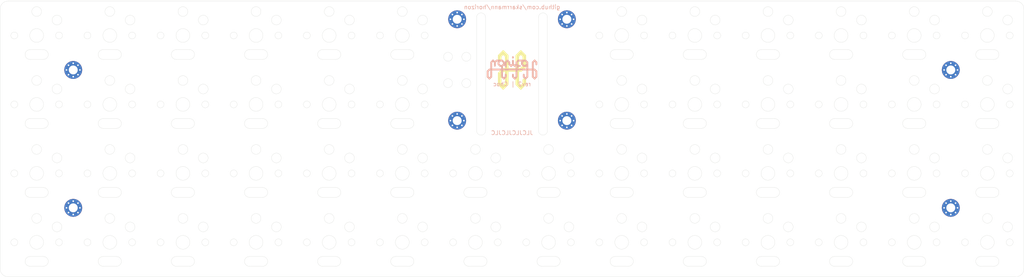
<source format=kicad_pcb>
(kicad_pcb (version 20171130) (host pcbnew "(5.1.4)-1")

  (general
    (thickness 1.6)
    (drawings 11)
    (tracks 0)
    (zones 0)
    (modules 116)
    (nets 9)
  )

  (page A3)
  (layers
    (0 F.Cu signal)
    (31 B.Cu signal)
    (32 B.Adhes user)
    (33 F.Adhes user)
    (34 B.Paste user)
    (35 F.Paste user)
    (36 B.SilkS user)
    (37 F.SilkS user)
    (38 B.Mask user)
    (39 F.Mask user)
    (40 Dwgs.User user)
    (41 Cmts.User user)
    (42 Eco1.User user)
    (43 Eco2.User user)
    (44 Edge.Cuts user)
    (45 Margin user)
    (46 B.CrtYd user)
    (47 F.CrtYd user)
    (48 B.Fab user)
    (49 F.Fab user)
  )

  (setup
    (last_trace_width 0.3)
    (trace_clearance 0.2)
    (zone_clearance 0.508)
    (zone_45_only no)
    (trace_min 0.2)
    (via_size 0.8)
    (via_drill 0.4)
    (via_min_size 0.4)
    (via_min_drill 0.3)
    (uvia_size 0.3)
    (uvia_drill 0.1)
    (uvias_allowed no)
    (uvia_min_size 0.2)
    (uvia_min_drill 0.1)
    (edge_width 0.05)
    (segment_width 0.2)
    (pcb_text_width 0.3)
    (pcb_text_size 1.5 1.5)
    (mod_edge_width 0.12)
    (mod_text_size 1 1)
    (mod_text_width 0.15)
    (pad_size 1.8 1.8)
    (pad_drill 1)
    (pad_to_mask_clearance 0.051)
    (solder_mask_min_width 0.25)
    (aux_axis_origin 76 95)
    (grid_origin 76 95)
    (visible_elements 7FFFFFFF)
    (pcbplotparams
      (layerselection 0x010f0_ffffffff)
      (usegerberextensions true)
      (usegerberattributes false)
      (usegerberadvancedattributes false)
      (creategerberjobfile false)
      (excludeedgelayer true)
      (linewidth 0.100000)
      (plotframeref false)
      (viasonmask false)
      (mode 1)
      (useauxorigin false)
      (hpglpennumber 1)
      (hpglpenspeed 20)
      (hpglpendiameter 15.000000)
      (psnegative false)
      (psa4output false)
      (plotreference true)
      (plotvalue true)
      (plotinvisibletext false)
      (padsonsilk false)
      (subtractmaskfromsilk true)
      (outputformat 1)
      (mirror false)
      (drillshape 0)
      (scaleselection 1)
      (outputdirectory "../gerbers/"))
  )

  (net 0 "")
  (net 1 "Net-(H1-Pad1)")
  (net 2 "Net-(H2-Pad1)")
  (net 3 "Net-(H3-Pad1)")
  (net 4 "Net-(H4-Pad1)")
  (net 5 "Net-(H5-Pad1)")
  (net 6 "Net-(H6-Pad1)")
  (net 7 "Net-(H7-Pad1)")
  (net 8 "Net-(H8-Pad1)")

  (net_class Default "This is the default net class."
    (clearance 0.2)
    (trace_width 0.3)
    (via_dia 0.8)
    (via_drill 0.4)
    (uvia_dia 0.3)
    (uvia_drill 0.1)
    (diff_pair_width 0.2)
    (diff_pair_gap 0.3)
    (add_net "Net-(D51-Pad2)")
    (add_net "Net-(D52-Pad2)")
    (add_net "Net-(H1-Pad1)")
    (add_net "Net-(H2-Pad1)")
    (add_net "Net-(H3-Pad1)")
    (add_net "Net-(H4-Pad1)")
    (add_net "Net-(H5-Pad1)")
    (add_net "Net-(H6-Pad1)")
    (add_net "Net-(H7-Pad1)")
    (add_net "Net-(H8-Pad1)")
    (add_net RESET)
  )

  (net_class Power ""
    (clearance 0.2)
    (trace_width 0.5)
    (via_dia 0.8)
    (via_drill 0.4)
    (uvia_dia 0.3)
    (uvia_drill 0.1)
    (diff_pair_width 0.2)
    (diff_pair_gap 0.3)
  )

  (module horizon-footprints:Logo_Horizon_H (layer F.Cu) (tedit 614E7934) (tstamp 614F376A)
    (at 202 112)
    (path /61512730)
    (fp_text reference "" (at 0 2) (layer F.SilkS) hide
      (effects (font (size 1.524 1.524) (thickness 0.3)))
    )
    (fp_text value Logo-Top (at 0 -2) (layer F.SilkS) hide
      (effects (font (size 1.524 1.524) (thickness 0.3)))
    )
    (fp_poly (pts (xy 2.811161 -4.287795) (xy 3.459892 -3.639066) (xy 3.459892 -0.685799) (xy 2.900748 -0.126656)
      (xy 2.341604 0.432486) (xy 1.731319 0.432486) (xy 1.731319 3.280722) (xy 1.94722 3.49662)
      (xy 2.163122 3.712519) (xy 2.37902 3.496617) (xy 2.594919 3.280715) (xy 2.594919 2.378679)
      (xy 2.810817 2.162777) (xy 2.83116 2.14244) (xy 2.850995 2.122623) (xy 2.870235 2.103411)
      (xy 2.888793 2.084893) (xy 2.906579 2.067156) (xy 2.923508 2.050287) (xy 2.93949 2.034374)
      (xy 2.954438 2.019503) (xy 2.968264 2.005761) (xy 2.980881 1.993237) (xy 2.9922 1.982017)
      (xy 3.002134 1.972189) (xy 3.010594 1.96384) (xy 3.017494 1.957056) (xy 3.022745 1.951926)
      (xy 3.02626 1.948537) (xy 3.02795 1.946975) (xy 3.028092 1.946875) (xy 3.029178 1.947832)
      (xy 3.032118 1.950645) (xy 3.036821 1.955226) (xy 3.043201 1.961488) (xy 3.051169 1.969343)
      (xy 3.060638 1.978705) (xy 3.07152 1.989485) (xy 3.083726 2.001596) (xy 3.097169 2.014952)
      (xy 3.111761 2.029464) (xy 3.127413 2.045045) (xy 3.144038 2.061608) (xy 3.161548 2.079065)
      (xy 3.179855 2.097329) (xy 3.198872 2.116313) (xy 3.218509 2.135929) (xy 3.238679 2.15609)
      (xy 3.24468 2.162091) (xy 3.459892 2.377306) (xy 3.459892 3.639066) (xy 2.16243 4.936524)
      (xy 1.513702 4.287791) (xy 0.864973 3.639058) (xy 0.864973 0.432486) (xy -0.8636 0.432486)
      (xy -0.8636 3.639058) (xy -1.511985 4.287448) (xy -1.547393 4.322855) (xy -1.582321 4.357781)
      (xy -1.616719 4.392174) (xy -1.650537 4.425985) (xy -1.683724 4.459163) (xy -1.716229 4.491659)
      (xy -1.748003 4.52342) (xy -1.778995 4.554399) (xy -1.809155 4.584543) (xy -1.838431 4.613803)
      (xy -1.866775 4.642128) (xy -1.894136 4.669469) (xy -1.920462 4.695774) (xy -1.945705 4.720994)
      (xy -1.969813 4.745078) (xy -1.992736 4.767976) (xy -2.014425 4.789637) (xy -2.034827 4.810012)
      (xy -2.053894 4.82905) (xy -2.071574 4.8467) (xy -2.087818 4.862913) (xy -2.102575 4.877638)
      (xy -2.115795 4.890825) (xy -2.127427 4.902423) (xy -2.13742 4.912383) (xy -2.145726 4.920653)
      (xy -2.152293 4.927184) (xy -2.15707 4.931925) (xy -2.160008 4.934826) (xy -2.161057 4.935837)
      (xy -2.161058 4.935838) (xy -2.162058 4.934875) (xy -2.16495 4.932021) (xy -2.169682 4.927325)
      (xy -2.176204 4.920839) (xy -2.184467 4.912612) (xy -2.194419 4.902694) (xy -2.20601 4.891136)
      (xy -2.21919 4.877989) (xy -2.233909 4.863302) (xy -2.250116 4.847126) (xy -2.267761 4.829511)
      (xy -2.286794 4.810508) (xy -2.307164 4.790166) (xy -2.32882 4.768536) (xy -2.351713 4.745669)
      (xy -2.375792 4.721614) (xy -2.401007 4.696422) (xy -2.427307 4.670144) (xy -2.454642 4.642829)
      (xy -2.482962 4.614527) (xy -2.512216 4.585291) (xy -2.542354 4.555168) (xy -2.573326 4.52421)
      (xy -2.605081 4.492468) (xy -2.637569 4.45999) (xy -2.670739 4.426829) (xy -2.704541 4.393033)
      (xy -2.738926 4.358654) (xy -2.773842 4.323741) (xy -2.810133 4.28745) (xy -3.458519 3.639063)
      (xy -3.458519 1.044143) (xy -2.593546 1.044143) (xy -2.593546 3.280715) (xy -2.377648 3.496617)
      (xy -2.161749 3.712519) (xy -1.945848 3.49662) (xy -1.729946 3.280722) (xy -1.729946 0.432486)
      (xy -1.981884 0.432486) (xy -2.287715 0.738315) (xy -2.593546 1.044143) (xy -3.458519 1.044143)
      (xy -3.458519 0.685798) (xy -2.899375 0.126656) (xy -2.340231 -0.432487) (xy -1.729946 -0.432487)
      (xy -1.729946 -3.280722) (xy -1.945848 -3.496621) (xy -2.161749 -3.712519) (xy -2.377648 -3.496618)
      (xy -2.593546 -3.280716) (xy -2.593546 -2.378679) (xy -2.809445 -2.162778) (xy -2.829787 -2.142441)
      (xy -2.849622 -2.122623) (xy -2.868863 -2.103412) (xy -2.88742 -2.084894) (xy -2.905207 -2.067157)
      (xy -2.922135 -2.050288) (xy -2.938117 -2.034374) (xy -2.953065 -2.019503) (xy -2.966892 -2.005762)
      (xy -2.979508 -1.993238) (xy -2.990827 -1.982018) (xy -3.000761 -1.97219) (xy -3.009222 -1.96384)
      (xy -3.016122 -1.957057) (xy -3.021373 -1.951927) (xy -3.024887 -1.948537) (xy -3.026578 -1.946975)
      (xy -3.026719 -1.946876) (xy -3.027806 -1.947833) (xy -3.030745 -1.950646) (xy -3.035449 -1.955227)
      (xy -3.041829 -1.961488) (xy -3.049797 -1.969344) (xy -3.059266 -1.978705) (xy -3.070147 -1.989485)
      (xy -3.082354 -2.001597) (xy -3.095797 -2.014952) (xy -3.110388 -2.029464) (xy -3.126041 -2.045045)
      (xy -3.142666 -2.061608) (xy -3.160176 -2.079066) (xy -3.178483 -2.09733) (xy -3.197499 -2.116314)
      (xy -3.217136 -2.13593) (xy -3.237306 -2.156091) (xy -3.243307 -2.162091) (xy -3.458519 -2.377306)
      (xy -3.458519 -3.639066) (xy -2.809789 -4.287795) (xy -2.161058 -4.936525) (xy -0.8636 -3.639059)
      (xy -0.8636 -0.432487) (xy 0.864973 -0.432487) (xy 0.864973 -3.280716) (xy 1.731319 -3.280716)
      (xy 1.731319 -0.432487) (xy 1.983257 -0.432487) (xy 2.289088 -0.738315) (xy 2.594919 -1.044144)
      (xy 2.594919 -3.280722) (xy 2.379017 -3.496621) (xy 2.163115 -3.712519) (xy 1.947217 -3.496618)
      (xy 1.731319 -3.280716) (xy 0.864973 -3.280716) (xy 0.864973 -3.639059) (xy 1.513702 -4.287792)
      (xy 2.16243 -4.936525) (xy 2.811161 -4.287795)) (layer F.SilkS) (width 0.01))
  )

  (module horizon-footprints:Logo_Horizon_Small (layer B.Cu) (tedit 614E4644) (tstamp 60FF3751)
    (at 202 111.5 180)
    (path /611138F2)
    (fp_text reference "" (at 0 -2) (layer B.SilkS) hide
      (effects (font (size 1.524 1.524) (thickness 0.3)) (justify mirror))
    )
    (fp_text value Logo-Bottom (at -0.1 1) (layer B.SilkS) hide
      (effects (font (size 1.524 1.524) (thickness 0.3)) (justify mirror))
    )
    (fp_poly (pts (xy -5.222169 1.804105) (xy -4.888794 1.470731) (xy -4.888794 -0.176389) (xy -4.0005 -0.176389)
      (xy -4.0005 0.397578) (xy -3.555294 0.397578) (xy -3.555294 -0.176389) (xy -1.3335 -0.176389)
      (xy -1.3335 -0.046215) (xy -1.490309 0.110595) (xy -1.647118 0.267406) (xy -1.823503 0.267405)
      (xy -1.999887 0.267405) (xy -2.111195 0.378705) (xy -2.222502 0.490004) (xy -2.222501 0.490006)
      (xy -1.241071 0.490006) (xy -1.065036 0.313972) (xy -0.889 0.137937) (xy -0.889 -0.176389)
      (xy 2.221794 -0.176389) (xy 2.221794 0.267405) (xy 2.667 0.267405) (xy 2.667 -0.176389)
      (xy 4.888794 -0.176389) (xy 4.888794 1.287288) (xy 4.806421 1.369485) (xy 4.796882 1.379003)
      (xy 4.787286 1.388576) (xy 4.77771 1.398128) (xy 4.768236 1.407577) (xy 4.758941 1.416846)
      (xy 4.749904 1.425856) (xy 4.741207 1.434527) (xy 4.732926 1.44278) (xy 4.725143 1.450537)
      (xy 4.717935 1.457718) (xy 4.711383 1.464244) (xy 4.705565 1.470037) (xy 4.700561 1.475017)
      (xy 4.69645 1.479106) (xy 4.695295 1.480255) (xy 4.666542 1.508826) (xy 4.444294 1.286582)
      (xy 4.444294 0.490007) (xy 4.333169 0.378883) (xy 4.222044 0.26776) (xy 4.110919 0.378883)
      (xy 3.999794 0.490007) (xy 3.999794 1.287285) (xy 3.686176 1.600905) (xy 3.556002 1.600906)
      (xy 3.425828 1.600906) (xy 3.556 1.470728) (xy 3.556 0.842787) (xy 2.98062 0.267405)
      (xy 2.667 0.267405) (xy 2.221794 0.267405) (xy 2.221794 0.398284) (xy 1.999898 0.620184)
      (xy 1.666699 0.286985) (xy 1.3335 -0.046213) (xy 1.3335 1.286582) (xy 1.332795 1.287287)
      (xy 2.2225 1.287287) (xy 2.2225 1.026232) (xy 2.379309 0.869421) (xy 2.536118 0.712611)
      (xy 2.797174 0.712611) (xy 3.110794 1.026229) (xy 3.110794 1.287285) (xy 2.953985 1.444095)
      (xy 2.797176 1.600906) (xy 2.666648 1.600905) (xy 2.536121 1.600905) (xy 2.37931 1.444096)
      (xy 2.2225 1.287287) (xy 1.332795 1.287287) (xy 1.222375 1.397706) (xy 1.11125 1.508829)
      (xy 1.000125 1.397705) (xy 0.889 1.286582) (xy 0.889 0.842785) (xy 0.555654 0.50944)
      (xy 0.537455 0.491242) (xy 0.519503 0.473293) (xy 0.501823 0.455618) (xy 0.484441 0.438243)
      (xy 0.467383 0.421194) (xy 0.450676 0.404497) (xy 0.434344 0.388177) (xy 0.418414 0.372261)
      (xy 0.402912 0.356774) (xy 0.387863 0.341742) (xy 0.373294 0.327191) (xy 0.35923 0.313146)
      (xy 0.345696 0.299635) (xy 0.33272 0.286681) (xy 0.320327 0.274311) (xy 0.308542 0.262552)
      (xy 0.297392 0.251428) (xy 0.286903 0.240966) (xy 0.277099 0.231191) (xy 0.268008 0.222129)
      (xy 0.259655 0.213807) (xy 0.252066 0.206249) (xy 0.245267 0.199482) (xy 0.239283 0.193531)
      (xy 0.234141 0.188423) (xy 0.229866 0.184182) (xy 0.226484 0.180836) (xy 0.224022 0.178409)
      (xy 0.222504 0.176928) (xy 0.221958 0.176418) (xy 0.221956 0.176418) (xy 0.221439 0.176934)
      (xy 0.219955 0.178415) (xy 0.217538 0.180831) (xy 0.214217 0.184149) (xy 0.210026 0.188338)
      (xy 0.204995 0.193366) (xy 0.199158 0.199201) (xy 0.192544 0.205812) (xy 0.185187 0.213166)
      (xy 0.177118 0.221233) (xy 0.168368 0.22998) (xy 0.15897 0.239375) (xy 0.148954 0.249388)
      (xy 0.138354 0.259985) (xy 0.127201 0.271136) (xy 0.115525 0.282808) (xy 0.10336 0.294971)
      (xy 0.090737 0.307591) (xy 0.077688 0.320638) (xy 0.064244 0.334079) (xy 0.050437 0.347883)
      (xy 0.036299 0.362019) (xy 0.021862 0.376453) (xy 0.007157 0.391156) (xy -0.000149 0.39846)
      (xy -0.221902 0.620179) (xy -0.666396 0.175683) (xy -0.888648 0.397934) (xy -1.110899 0.620184)
      (xy -1.241071 0.490006) (xy -2.222501 0.490006) (xy -2.111201 0.601308) (xy -1.999899 0.712611)
      (xy -1.647121 0.712611) (xy -1.49031 0.86942) (xy -1.3335 1.026229) (xy -1.3335 1.287401)
      (xy -1.490437 1.444153) (xy -1.647374 1.600906) (xy -2.351959 1.600906) (xy -2.286877 1.535809)
      (xy -2.221794 1.470713) (xy -2.221794 0.842787) (xy -2.797174 0.267405) (xy -3.425117 0.267405)
      (xy -3.490206 0.332492) (xy -3.555294 0.397578) (xy -4.0005 0.397578) (xy -4.0005 1.287287)
      (xy -3.555294 1.287287) (xy -3.555294 1.026232) (xy -3.398485 0.869421) (xy -3.241676 0.712611)
      (xy -2.980621 0.712611) (xy -2.82381 0.86942) (xy -2.667 1.026229) (xy -2.667 1.287285)
      (xy -2.823809 1.444095) (xy -2.980618 1.600906) (xy -3.111146 1.600905) (xy -3.241674 1.600905)
      (xy -3.555294 1.287287) (xy -4.0005 1.287287) (xy -4.0005 1.470726) (xy -3.713164 1.758066)
      (xy -3.425827 2.045405) (xy -2.444398 2.045405) (xy -1.462969 2.045406) (xy -1.175984 1.75842)
      (xy -0.889 1.471435) (xy -0.889 1.026934) (xy -0.777698 0.915634) (xy -0.666396 0.804333)
      (xy -0.555448 0.915283) (xy -0.4445 1.026232) (xy -0.4445 1.82351) (xy -0.333375 1.934633)
      (xy -0.22225 2.045757) (xy -0.111125 1.934633) (xy 0 1.82351) (xy 0 1.026934)
      (xy 0.22225 0.804688) (xy 0.4445 1.026934) (xy 0.4445 1.470736) (xy 0.777552 1.803755)
      (xy 0.795745 1.821947) (xy 0.813692 1.839892) (xy 0.831366 1.857564) (xy 0.848742 1.874938)
      (xy 0.865794 1.891987) (xy 0.882495 1.908686) (xy 0.89882 1.925009) (xy 0.914743 1.94093)
      (xy 0.930239 1.956424) (xy 0.94528 1.971463) (xy 0.959842 1.986023) (xy 0.973899 2.000077)
      (xy 0.987424 2.0136) (xy 1.000391 2.026565) (xy 1.012776 2.038948) (xy 1.024551 2.050721)
      (xy 1.035692 2.061859) (xy 1.046172 2.072337) (xy 1.055964 2.082127) (xy 1.065045 2.091205)
      (xy 1.073386 2.099545) (xy 1.080964 2.10712) (xy 1.087751 2.113905) (xy 1.093721 2.119874)
      (xy 1.09885 2.125001) (xy 1.103111 2.129259) (xy 1.106478 2.132624) (xy 1.108925 2.13507)
      (xy 1.110426 2.13657) (xy 1.110956 2.137098) (xy 1.11147 2.136621) (xy 1.112956 2.135172)
      (xy 1.115387 2.132777) (xy 1.118738 2.12946) (xy 1.122984 2.12525) (xy 1.128097 2.12017)
      (xy 1.134053 2.114247) (xy 1.140826 2.107507) (xy 1.148389 2.099975) (xy 1.156717 2.091678)
      (xy 1.165783 2.082641) (xy 1.175563 2.07289) (xy 1.186029 2.062451) (xy 1.197157 2.051349)
      (xy 1.20892 2.039611) (xy 1.221293 2.027263) (xy 1.234249 2.014329) (xy 1.247763 2.000836)
      (xy 1.261808 1.98681) (xy 1.27636 1.972277) (xy 1.291392 1.957262) (xy 1.306878 1.941792)
      (xy 1.322792 1.925891) (xy 1.339109 1.909586) (xy 1.355802 1.892903) (xy 1.372847 1.875868)
      (xy 1.390215 1.858506) (xy 1.407883 1.840843) (xy 1.425824 1.822905) (xy 1.444013 1.804718)
      (xy 1.444478 1.804252) (xy 1.777648 1.471083) (xy 2.064808 1.758244) (xy 2.351969 2.045405)
      (xy 3.111147 2.045406) (xy 3.870326 2.045406) (xy 4.046361 1.869369) (xy 4.222396 1.693333)
      (xy 4.444294 1.91523) (xy 4.459124 1.930059) (xy 4.473703 1.944633) (xy 4.488001 1.958923)
      (xy 4.501984 1.972895) (xy 4.515621 1.986519) (xy 4.528881 1.999763) (xy 4.541731 2.012595)
      (xy 4.55414 2.024983) (xy 4.566076 2.036896) (xy 4.577508 2.048302) (xy 4.588403 2.059169)
      (xy 4.59873 2.069466) (xy 4.608456 2.079161) (xy 4.617551 2.088222) (xy 4.625982 2.096617)
      (xy 4.633717 2.104316) (xy 4.640725 2.111285) (xy 4.646974 2.117495) (xy 4.652433 2.122911)
      (xy 4.657068 2.127504) (xy 4.660849 2.131242) (xy 4.663744 2.134092) (xy 4.665721 2.136023)
      (xy 4.666749 2.137004) (xy 4.666896 2.137128) (xy 4.667429 2.136633) (xy 4.668934 2.135166)
      (xy 4.671385 2.132753) (xy 4.674755 2.129419) (xy 4.679019 2.125191) (xy 4.684151 2.120094)
      (xy 4.690126 2.114155) (xy 4.696916 2.107398) (xy 4.704496 2.09985) (xy 4.712841 2.091537)
      (xy 4.721924 2.082485) (xy 4.73172 2.072719) (xy 4.742202 2.062266) (xy 4.753345 2.051151)
      (xy 4.765122 2.0394) (xy 4.777508 2.027039) (xy 4.790476 2.014093) (xy 4.804002 2.00059)
      (xy 4.818059 1.986554) (xy 4.83262 1.972012) (xy 4.847661 1.956989) (xy 4.863155 1.941511)
      (xy 4.879076 1.925604) (xy 4.895399 1.909294) (xy 4.912097 1.892607) (xy 4.929144 1.875569)
      (xy 4.946515 1.858205) (xy 4.964184 1.840542) (xy 4.982124 1.822605) (xy 5.00031 1.80442)
      (xy 5.000447 1.804283) (xy 5.333294 1.471437) (xy 5.333294 -0.176389) (xy 5.64762 -0.176389)
      (xy 6.222294 -0.751065) (xy 6.222294 -2.268715) (xy 5.555544 -2.935463) (xy 4.888794 -2.268715)
      (xy 4.888794 -0.620889) (xy 5.333294 -0.620889) (xy 5.333294 -2.084562) (xy 5.444242 -2.195512)
      (xy 5.454693 -2.205961) (xy 5.464879 -2.216143) (xy 5.474758 -2.226014) (xy 5.484282 -2.235529)
      (xy 5.493409 -2.244642) (xy 5.502091 -2.25331) (xy 5.510286 -2.261487) (xy 5.517947 -2.269128)
      (xy 5.52503 -2.276189) (xy 5.53149 -2.282625) (xy 5.537281 -2.288391) (xy 5.542359 -2.293443)
      (xy 5.546679 -2.297734) (xy 5.550196 -2.301222) (xy 5.552866 -2.30386) (xy 5.554642 -2.305604)
      (xy 5.55548 -2.306409) (xy 5.555543 -2.306461) (xy 5.556068 -2.30597) (xy 5.557545 -2.304525)
      (xy 5.55993 -2.302171) (xy 5.563177 -2.298954) (xy 5.567242 -2.294918) (xy 5.57208 -2.290108)
      (xy 5.577646 -2.284568) (xy 5.583894 -2.278344) (xy 5.59078 -2.271481) (xy 5.598259 -2.264023)
      (xy 5.606286 -2.256014) (xy 5.614816 -2.247501) (xy 5.623803 -2.238527) (xy 5.633204 -2.229137)
      (xy 5.642973 -2.219377) (xy 5.653065 -2.20929) (xy 5.663435 -2.198923) (xy 5.666845 -2.195513)
      (xy 5.777794 -2.084566) (xy 5.777794 -0.935215) (xy 5.620632 -0.778052) (xy 5.463471 -0.620889)
      (xy 5.333294 -0.620889) (xy 4.888794 -0.620889) (xy 2.667 -0.620889) (xy 2.667 -2.268009)
      (xy 2.333448 -2.60156) (xy 1.999897 -2.935111) (xy 1.666698 -2.601912) (xy 1.3335 -2.268713)
      (xy 1.3335 -1.621012) (xy 1.55575 -1.398766) (xy 1.778 -1.621012) (xy 1.778 -2.084566)
      (xy 1.888949 -2.195513) (xy 1.999899 -2.306461) (xy 2.110847 -2.195512) (xy 2.221794 -2.084562)
      (xy 2.221794 -0.620889) (xy -0.889 -0.620889) (xy -0.889037 -1.352726) (xy -0.889073 -2.084564)
      (xy -0.77775 -2.195527) (xy -0.666428 -2.30649) (xy -0.4445 -2.084566) (xy -0.4445 -1.621012)
      (xy -0.22225 -1.398766) (xy 0 -1.621012) (xy 0 -2.268715) (xy -0.66675 -2.935463)
      (xy -1.3335 -2.268715) (xy -1.3335 -0.620889) (xy -3.555294 -0.620889) (xy -3.555294 -2.084566)
      (xy -3.444345 -2.195513) (xy -3.333396 -2.306461) (xy -3.222448 -2.195512) (xy -3.1115 -2.084562)
      (xy -3.1115 -1.621016) (xy -3.000552 -1.510066) (xy -2.990099 -1.499615) (xy -2.979905 -1.489431)
      (xy -2.970018 -1.479559) (xy -2.960482 -1.470043) (xy -2.951341 -1.460928) (xy -2.942642 -1.452259)
      (xy -2.934429 -1.444081) (xy -2.926747 -1.436439) (xy -2.919642 -1.429378) (xy -2.913158 -1.422942)
      (xy -2.907342 -1.417176) (xy -2.902237 -1.412125) (xy -2.897889 -1.407834) (xy -2.894343 -1.404349)
      (xy -2.891645 -1.401712) (xy -2.889839 -1.39997) (xy -2.88897 -1.399168) (xy -2.888897 -1.399117)
      (xy -2.888339 -1.399609) (xy -2.886829 -1.401054) (xy -2.884411 -1.403408) (xy -2.881132 -1.406627)
      (xy -2.877037 -1.410664) (xy -2.87217 -1.415476) (xy -2.866576 -1.421017) (xy -2.860302 -1.427243)
      (xy -2.853391 -1.434109) (xy -2.84589 -1.44157) (xy -2.837842 -1.449581) (xy -2.829294 -1.458097)
      (xy -2.82029 -1.467074) (xy -2.810875 -1.476466) (xy -2.801096 -1.486229) (xy -2.790996 -1.496318)
      (xy -2.780621 -1.506688) (xy -2.777242 -1.510066) (xy -2.666294 -1.621016) (xy -2.666294 -2.268009)
      (xy -3.333398 -2.935111) (xy -3.666949 -2.601559) (xy -4.0005 -2.268008) (xy -4.0005 -0.620889)
      (xy -4.888794 -0.620889) (xy -4.888794 -2.268715) (xy -5.221993 -2.601913) (xy -5.240189 -2.620108)
      (xy -5.258139 -2.638056) (xy -5.275816 -2.65573) (xy -5.293194 -2.673105) (xy -5.310248 -2.690155)
      (xy -5.326953 -2.706854) (xy -5.343281 -2.723176) (xy -5.359207 -2.739095) (xy -5.374706 -2.754586)
      (xy -5.389751 -2.769622) (xy -5.404317 -2.784178) (xy -5.418377 -2.798228) (xy -5.431906 -2.811746)
      (xy -5.444878 -2.824706) (xy -5.457267 -2.837083) (xy -5.469047 -2.848849) (xy -5.480192 -2.859981)
      (xy -5.490677 -2.870451) (xy -5.500475 -2.880235) (xy -5.509561 -2.889305) (xy -5.517908 -2.897637)
      (xy -5.525492 -2.905203) (xy -5.532285 -2.91198) (xy -5.538262 -2.91794) (xy -5.543398 -2.923058)
      (xy -5.547666 -2.927308) (xy -5.551041 -2.930664) (xy -5.553496 -2.933101) (xy -5.555006 -2.934591)
      (xy -5.555544 -2.935111) (xy -5.555545 -2.935111) (xy -5.556059 -2.934617) (xy -5.557545 -2.93315)
      (xy -5.559976 -2.930737) (xy -5.563328 -2.927404) (xy -5.567574 -2.923176) (xy -5.572688 -2.918079)
      (xy -5.578645 -2.91214) (xy -5.585418 -2.905383) (xy -5.592982 -2.897836) (xy -5.60131 -2.889523)
      (xy -5.610378 -2.880471) (xy -5.620158 -2.870706) (xy -5.630626 -2.860252) (xy -5.641755 -2.849137)
      (xy -5.653519 -2.837386) (xy -5.665893 -2.825024) (xy -5.678851 -2.812078) (xy -5.692366 -2.798574)
      (xy -5.706413 -2.784537) (xy -5.720967 -2.769994) (xy -5.736 -2.754969) (xy -5.751488 -2.739489)
      (xy -5.767404 -2.723581) (xy -5.783722 -2.707268) (xy -5.800417 -2.690579) (xy -5.817463 -2.673537)
      (xy -5.834834 -2.65617) (xy -5.852503 -2.638503) (xy -5.870446 -2.620562) (xy -5.889096 -2.601912)
      (xy -6.222294 -2.268713) (xy -6.222294 -0.935213) (xy -5.777795 -0.935213) (xy -5.777794 -1.509888)
      (xy -5.777794 -2.084562) (xy -5.666847 -2.195512) (xy -5.656396 -2.205961) (xy -5.64621 -2.216143)
      (xy -5.636331 -2.226014) (xy -5.626807 -2.235529) (xy -5.61768 -2.244642) (xy -5.608997 -2.25331)
      (xy -5.600803 -2.261487) (xy -5.593142 -2.269128) (xy -5.586059 -2.276189) (xy -5.579599 -2.282625)
      (xy -5.573808 -2.288391) (xy -5.56873 -2.293443) (xy -5.56441 -2.297734) (xy -5.560892 -2.301222)
      (xy -5.558223 -2.30386) (xy -5.556447 -2.305604) (xy -5.555609 -2.306409) (xy -5.555546 -2.306461)
      (xy -5.555021 -2.30597) (xy -5.553544 -2.304525) (xy -5.551159 -2.302171) (xy -5.547912 -2.298954)
      (xy -5.543847 -2.294918) (xy -5.539009 -2.290108) (xy -5.533443 -2.284568) (xy -5.527195 -2.278344)
      (xy -5.520309 -2.271481) (xy -5.51283 -2.264023) (xy -5.504803 -2.256014) (xy -5.496273 -2.247501)
      (xy -5.487286 -2.238527) (xy -5.477885 -2.229137) (xy -5.468116 -2.219377) (xy -5.458024 -2.20929)
      (xy -5.447654 -2.198923) (xy -5.444244 -2.195513) (xy -5.333294 -2.084566) (xy -5.333294 -0.620889)
      (xy -5.463468 -0.620889) (xy -5.620631 -0.778051) (xy -5.777795 -0.935213) (xy -6.222294 -0.935213)
      (xy -6.222294 -0.751063) (xy -5.934957 -0.463726) (xy -5.647619 -0.176389) (xy -5.333294 -0.176389)
      (xy -5.333294 1.286582) (xy -5.444419 1.397705) (xy -5.555544 1.508829) (xy -5.666669 1.397706)
      (xy -5.777794 1.286582) (xy -5.777794 0.823029) (xy -5.888919 0.711905) (xy -6.000044 0.600782)
      (xy -6.111169 0.711905) (xy -6.222294 0.823029) (xy -6.222294 1.470731) (xy -5.888919 1.804105)
      (xy -5.555545 2.13748) (xy -5.222169 1.804105)) (layer B.SilkS) (width 0.01))
    (fp_poly (pts (xy 0 2.71251) (xy 0 2.489551) (xy -0.11095 2.378603) (xy -0.221899 2.267656)
      (xy -0.3332 2.378958) (xy -0.4445 2.49026) (xy -0.4445 2.71251) (xy -0.22225 2.934756)
      (xy 0 2.71251)) (layer B.SilkS) (width 0.01))
  )

  (module horizon-footprints:SW_Choc (layer F.Cu) (tedit 614684CC) (tstamp 6138CC23)
    (at 211 137.5)
    (descr "Kailh Choc Switch")
    (tags Kailh,Choc)
    (path /61399AC6)
    (fp_text reference "" (at 0 -3) (layer F.SilkS)
      (effects (font (size 0.75 0.75) (thickness 0.15)))
    )
    (fp_text value SW_Push (at 0 7.5 180) (layer F.Fab)
      (effects (font (size 0.75 0.75) (thickness 0.15)))
    )
    (fp_circle (center 5 -3.8) (end 6.2 -3.8) (layer Edge.Cuts) (width 0.05))
    (fp_circle (center 0 -5.9) (end 1.2 -5.9) (layer Edge.Cuts) (width 0.05))
    (fp_circle (center 5.5 0) (end 6.35 0) (layer Edge.Cuts) (width 0.05))
    (fp_circle (center 0 0) (end 1.7 0) (layer Edge.Cuts) (width 0.05))
    (fp_circle (center -5.5 0) (end -4.65 0) (layer Edge.Cuts) (width 0.05))
  )

  (module horizon-footprints:SW_Choc (layer F.Cu) (tedit 614684CC) (tstamp 6138CC02)
    (at 193 137.5)
    (descr "Kailh Choc Switch")
    (tags Kailh,Choc)
    (path /61392C80)
    (fp_text reference "" (at 0 -3) (layer F.SilkS)
      (effects (font (size 0.75 0.75) (thickness 0.15)))
    )
    (fp_text value SW_Push (at 0 7.5 180) (layer F.Fab)
      (effects (font (size 0.75 0.75) (thickness 0.15)))
    )
    (fp_circle (center 5 -3.8) (end 6.2 -3.8) (layer Edge.Cuts) (width 0.05))
    (fp_circle (center 0 -5.9) (end 1.2 -5.9) (layer Edge.Cuts) (width 0.05))
    (fp_circle (center 5.5 0) (end 6.35 0) (layer Edge.Cuts) (width 0.05))
    (fp_circle (center 0 0) (end 1.7 0) (layer Edge.Cuts) (width 0.05))
    (fp_circle (center -5.5 0) (end -4.65 0) (layer Edge.Cuts) (width 0.05))
  )

  (module horizon-footprints:D_SOD-123 (layer B.Cu) (tedit 614689CB) (tstamp 6138C28F)
    (at 211 142.2)
    (descr "Diode SOD-123")
    (tags "diode, SOD-123")
    (path /61399ABF)
    (fp_text reference "" (at 0 0) (layer B.SilkS)
      (effects (font (size 0.75 0.75) (thickness 0.15)) (justify mirror))
    )
    (fp_text value D (at 0 -1.75) (layer B.Fab) hide
      (effects (font (size 0.75 0.75) (thickness 0.15)) (justify mirror))
    )
    (fp_arc (start 1.65 0) (end 1.65 -1.2) (angle 180) (layer Edge.Cuts) (width 0.05))
    (fp_arc (start -1.65 0) (end -1.65 1.2) (angle 180) (layer Edge.Cuts) (width 0.05))
    (fp_line (start 1.65 1.2) (end -1.65 1.2) (layer Edge.Cuts) (width 0.05))
    (fp_line (start -1.65 -1.2) (end 1.65 -1.2) (layer Edge.Cuts) (width 0.05))
    (model ${KISYS3DMOD}/Diode_SMD.3dshapes/D_SOD-123.wrl
      (at (xyz 0 0 0))
      (scale (xyz 1 1 1))
      (rotate (xyz 0 0 0))
    )
  )

  (module horizon-footprints:D_SOD-123 (layer B.Cu) (tedit 614689CB) (tstamp 6138C284)
    (at 193 142.2)
    (descr "Diode SOD-123")
    (tags "diode, SOD-123")
    (path /61392C79)
    (fp_text reference "" (at 0 0) (layer B.SilkS)
      (effects (font (size 0.75 0.75) (thickness 0.15)) (justify mirror))
    )
    (fp_text value D (at 0 -1.75) (layer B.Fab) hide
      (effects (font (size 0.75 0.75) (thickness 0.15)) (justify mirror))
    )
    (fp_arc (start 1.65 0) (end 1.65 -1.2) (angle 180) (layer Edge.Cuts) (width 0.05))
    (fp_arc (start -1.65 0) (end -1.65 1.2) (angle 180) (layer Edge.Cuts) (width 0.05))
    (fp_line (start 1.65 1.2) (end -1.65 1.2) (layer Edge.Cuts) (width 0.05))
    (fp_line (start -1.65 -1.2) (end 1.65 -1.2) (layer Edge.Cuts) (width 0.05))
    (model ${KISYS3DMOD}/Diode_SMD.3dshapes/D_SOD-123.wrl
      (at (xyz 0 0 0))
      (scale (xyz 1 1 1))
      (rotate (xyz 0 0 0))
    )
  )

  (module horizon-footprints:Mount_M2 (layer F.Cu) (tedit 61456BDD) (tstamp 613996C1)
    (at 215.5 124.5)
    (descr "Mounting Hole 2.2mm, M2")
    (tags "mounting hole 2.2mm m2")
    (path /616DD5E5)
    (attr virtual)
    (fp_text reference "" (at 0 -1) (layer F.SilkS) hide
      (effects (font (size 0.75 0.75) (thickness 0.15)))
    )
    (fp_text value Hole_Pad (at 0 1) (layer F.Fab) hide
      (effects (font (size 0.75 0.75) (thickness 0.15)))
    )
    (pad 1 thru_hole circle (at 1.166726 -1.166726) (size 0.7 0.7) (drill 0.4) (layers *.Cu *.Mask)
      (net 8 "Net-(H8-Pad1)"))
    (pad 1 thru_hole circle (at 0 -1.65) (size 0.7 0.7) (drill 0.4) (layers *.Cu *.Mask)
      (net 8 "Net-(H8-Pad1)"))
    (pad 1 thru_hole circle (at -1.166726 -1.166726) (size 0.7 0.7) (drill 0.4) (layers *.Cu *.Mask)
      (net 8 "Net-(H8-Pad1)"))
    (pad 1 thru_hole circle (at -1.65 0) (size 0.7 0.7) (drill 0.4) (layers *.Cu *.Mask)
      (net 8 "Net-(H8-Pad1)"))
    (pad 1 thru_hole circle (at -1.166726 1.166726) (size 0.7 0.7) (drill 0.4) (layers *.Cu *.Mask)
      (net 8 "Net-(H8-Pad1)"))
    (pad 1 thru_hole circle (at 0 1.65) (size 0.7 0.7) (drill 0.4) (layers *.Cu *.Mask)
      (net 8 "Net-(H8-Pad1)"))
    (pad 1 thru_hole circle (at 1.166726 1.166726) (size 0.7 0.7) (drill 0.4) (layers *.Cu *.Mask)
      (net 8 "Net-(H8-Pad1)"))
    (pad 1 thru_hole circle (at 1.65 0) (size 0.7 0.7) (drill 0.4) (layers *.Cu *.Mask)
      (net 8 "Net-(H8-Pad1)"))
    (pad 1 thru_hole circle (at 0 0) (size 4.4 4.4) (drill 2.2) (layers *.Cu *.Mask)
      (net 8 "Net-(H8-Pad1)"))
  )

  (module horizon-footprints:Mount_M2 (layer F.Cu) (tedit 61456BDD) (tstamp 613996B2)
    (at 188.5 124.5)
    (descr "Mounting Hole 2.2mm, M2")
    (tags "mounting hole 2.2mm m2")
    (path /616DD5DF)
    (attr virtual)
    (fp_text reference "" (at 0 -1) (layer F.SilkS) hide
      (effects (font (size 0.75 0.75) (thickness 0.15)))
    )
    (fp_text value Hole_Pad (at 0 1) (layer F.Fab) hide
      (effects (font (size 0.75 0.75) (thickness 0.15)))
    )
    (pad 1 thru_hole circle (at 1.166726 -1.166726) (size 0.7 0.7) (drill 0.4) (layers *.Cu *.Mask)
      (net 7 "Net-(H7-Pad1)"))
    (pad 1 thru_hole circle (at 0 -1.65) (size 0.7 0.7) (drill 0.4) (layers *.Cu *.Mask)
      (net 7 "Net-(H7-Pad1)"))
    (pad 1 thru_hole circle (at -1.166726 -1.166726) (size 0.7 0.7) (drill 0.4) (layers *.Cu *.Mask)
      (net 7 "Net-(H7-Pad1)"))
    (pad 1 thru_hole circle (at -1.65 0) (size 0.7 0.7) (drill 0.4) (layers *.Cu *.Mask)
      (net 7 "Net-(H7-Pad1)"))
    (pad 1 thru_hole circle (at -1.166726 1.166726) (size 0.7 0.7) (drill 0.4) (layers *.Cu *.Mask)
      (net 7 "Net-(H7-Pad1)"))
    (pad 1 thru_hole circle (at 0 1.65) (size 0.7 0.7) (drill 0.4) (layers *.Cu *.Mask)
      (net 7 "Net-(H7-Pad1)"))
    (pad 1 thru_hole circle (at 1.166726 1.166726) (size 0.7 0.7) (drill 0.4) (layers *.Cu *.Mask)
      (net 7 "Net-(H7-Pad1)"))
    (pad 1 thru_hole circle (at 1.65 0) (size 0.7 0.7) (drill 0.4) (layers *.Cu *.Mask)
      (net 7 "Net-(H7-Pad1)"))
    (pad 1 thru_hole circle (at 0 0) (size 4.4 4.4) (drill 2.2) (layers *.Cu *.Mask)
      (net 7 "Net-(H7-Pad1)"))
  )

  (module horizon-footprints:Mount_M2 (layer F.Cu) (tedit 61456BDD) (tstamp 613996A3)
    (at 215.5 99.5)
    (descr "Mounting Hole 2.2mm, M2")
    (tags "mounting hole 2.2mm m2")
    (path /616DD5D0)
    (attr virtual)
    (fp_text reference "" (at 0 -1) (layer F.SilkS) hide
      (effects (font (size 0.75 0.75) (thickness 0.15)))
    )
    (fp_text value Hole_Pad (at 0 1) (layer F.Fab) hide
      (effects (font (size 0.75 0.75) (thickness 0.15)))
    )
    (pad 1 thru_hole circle (at 1.166726 -1.166726) (size 0.7 0.7) (drill 0.4) (layers *.Cu *.Mask)
      (net 6 "Net-(H6-Pad1)"))
    (pad 1 thru_hole circle (at 0 -1.65) (size 0.7 0.7) (drill 0.4) (layers *.Cu *.Mask)
      (net 6 "Net-(H6-Pad1)"))
    (pad 1 thru_hole circle (at -1.166726 -1.166726) (size 0.7 0.7) (drill 0.4) (layers *.Cu *.Mask)
      (net 6 "Net-(H6-Pad1)"))
    (pad 1 thru_hole circle (at -1.65 0) (size 0.7 0.7) (drill 0.4) (layers *.Cu *.Mask)
      (net 6 "Net-(H6-Pad1)"))
    (pad 1 thru_hole circle (at -1.166726 1.166726) (size 0.7 0.7) (drill 0.4) (layers *.Cu *.Mask)
      (net 6 "Net-(H6-Pad1)"))
    (pad 1 thru_hole circle (at 0 1.65) (size 0.7 0.7) (drill 0.4) (layers *.Cu *.Mask)
      (net 6 "Net-(H6-Pad1)"))
    (pad 1 thru_hole circle (at 1.166726 1.166726) (size 0.7 0.7) (drill 0.4) (layers *.Cu *.Mask)
      (net 6 "Net-(H6-Pad1)"))
    (pad 1 thru_hole circle (at 1.65 0) (size 0.7 0.7) (drill 0.4) (layers *.Cu *.Mask)
      (net 6 "Net-(H6-Pad1)"))
    (pad 1 thru_hole circle (at 0 0) (size 4.4 4.4) (drill 2.2) (layers *.Cu *.Mask)
      (net 6 "Net-(H6-Pad1)"))
  )

  (module horizon-footprints:Mount_M2 (layer F.Cu) (tedit 61456BDD) (tstamp 61399694)
    (at 188.5 99.5)
    (descr "Mounting Hole 2.2mm, M2")
    (tags "mounting hole 2.2mm m2")
    (path /616DD5D6)
    (attr virtual)
    (fp_text reference "" (at 0 -1) (layer F.SilkS) hide
      (effects (font (size 0.75 0.75) (thickness 0.15)))
    )
    (fp_text value Hole_Pad (at 0 1) (layer F.Fab) hide
      (effects (font (size 0.75 0.75) (thickness 0.15)))
    )
    (pad 1 thru_hole circle (at 1.166726 -1.166726) (size 0.7 0.7) (drill 0.4) (layers *.Cu *.Mask)
      (net 5 "Net-(H5-Pad1)"))
    (pad 1 thru_hole circle (at 0 -1.65) (size 0.7 0.7) (drill 0.4) (layers *.Cu *.Mask)
      (net 5 "Net-(H5-Pad1)"))
    (pad 1 thru_hole circle (at -1.166726 -1.166726) (size 0.7 0.7) (drill 0.4) (layers *.Cu *.Mask)
      (net 5 "Net-(H5-Pad1)"))
    (pad 1 thru_hole circle (at -1.65 0) (size 0.7 0.7) (drill 0.4) (layers *.Cu *.Mask)
      (net 5 "Net-(H5-Pad1)"))
    (pad 1 thru_hole circle (at -1.166726 1.166726) (size 0.7 0.7) (drill 0.4) (layers *.Cu *.Mask)
      (net 5 "Net-(H5-Pad1)"))
    (pad 1 thru_hole circle (at 0 1.65) (size 0.7 0.7) (drill 0.4) (layers *.Cu *.Mask)
      (net 5 "Net-(H5-Pad1)"))
    (pad 1 thru_hole circle (at 1.166726 1.166726) (size 0.7 0.7) (drill 0.4) (layers *.Cu *.Mask)
      (net 5 "Net-(H5-Pad1)"))
    (pad 1 thru_hole circle (at 1.65 0) (size 0.7 0.7) (drill 0.4) (layers *.Cu *.Mask)
      (net 5 "Net-(H5-Pad1)"))
    (pad 1 thru_hole circle (at 0 0) (size 4.4 4.4) (drill 2.2) (layers *.Cu *.Mask)
      (net 5 "Net-(H5-Pad1)"))
  )

  (module horizon-footprints:Mount_M2 (layer F.Cu) (tedit 61456BDD) (tstamp 61246FD8)
    (at 94 112)
    (descr "Mounting Hole 2.2mm, M2")
    (tags "mounting hole 2.2mm m2")
    (path /610D7EE0)
    (attr virtual)
    (fp_text reference "" (at 0 -1) (layer F.SilkS) hide
      (effects (font (size 0.75 0.75) (thickness 0.15)))
    )
    (fp_text value Hole_Pad (at 0 1) (layer F.Fab) hide
      (effects (font (size 0.75 0.75) (thickness 0.15)))
    )
    (pad 1 thru_hole circle (at 1.166726 -1.166726) (size 0.7 0.7) (drill 0.4) (layers *.Cu *.Mask)
      (net 1 "Net-(H1-Pad1)"))
    (pad 1 thru_hole circle (at 0 -1.65) (size 0.7 0.7) (drill 0.4) (layers *.Cu *.Mask)
      (net 1 "Net-(H1-Pad1)"))
    (pad 1 thru_hole circle (at -1.166726 -1.166726) (size 0.7 0.7) (drill 0.4) (layers *.Cu *.Mask)
      (net 1 "Net-(H1-Pad1)"))
    (pad 1 thru_hole circle (at -1.65 0) (size 0.7 0.7) (drill 0.4) (layers *.Cu *.Mask)
      (net 1 "Net-(H1-Pad1)"))
    (pad 1 thru_hole circle (at -1.166726 1.166726) (size 0.7 0.7) (drill 0.4) (layers *.Cu *.Mask)
      (net 1 "Net-(H1-Pad1)"))
    (pad 1 thru_hole circle (at 0 1.65) (size 0.7 0.7) (drill 0.4) (layers *.Cu *.Mask)
      (net 1 "Net-(H1-Pad1)"))
    (pad 1 thru_hole circle (at 1.166726 1.166726) (size 0.7 0.7) (drill 0.4) (layers *.Cu *.Mask)
      (net 1 "Net-(H1-Pad1)"))
    (pad 1 thru_hole circle (at 1.65 0) (size 0.7 0.7) (drill 0.4) (layers *.Cu *.Mask)
      (net 1 "Net-(H1-Pad1)"))
    (pad 1 thru_hole circle (at 0 0) (size 4.4 4.4) (drill 2.2) (layers *.Cu *.Mask)
      (net 1 "Net-(H1-Pad1)"))
  )

  (module horizon-footprints:SW_Push_6mm (layer F.Cu) (tedit 61468A4F) (tstamp 61246F6C)
    (at 188.5 112 270)
    (descr "6mmx6mm push button")
    (tags "button, tactile, 6mm")
    (path /60FA8D3C)
    (fp_text reference "" (at 0 0 90) (layer F.SilkS)
      (effects (font (size 0.75 0.75) (thickness 0.15)))
    )
    (fp_text value RESET (at 0 3.75 90) (layer F.Fab)
      (effects (font (size 0.75 0.75) (thickness 0.15)))
    )
    (fp_circle (center 3.25 -2.25) (end 4.35 -2.25) (layer Edge.Cuts) (width 0.05))
    (fp_circle (center 3.25 2.25) (end 4.35 2.25) (layer Edge.Cuts) (width 0.05))
    (fp_circle (center -3.25 -2.25) (end -2.15 -2.25) (layer Edge.Cuts) (width 0.05))
    (fp_circle (center -3.25 2.25) (end -2.15 2.25) (layer Edge.Cuts) (width 0.05))
    (model ${KISYS3DMOD}/Button_Switch_THT.3dshapes/SW_PUSH_6mm.wrl
      (offset (xyz -3 2.25 0))
      (scale (xyz 1 1 1))
      (rotate (xyz 0 0 0))
    )
  )

  (module horizon-footprints:Mount_M2 (layer F.Cu) (tedit 61456BDD) (tstamp 61246F99)
    (at 310 146)
    (descr "Mounting Hole 2.2mm, M2")
    (tags "mounting hole 2.2mm m2")
    (path /610E42CD)
    (attr virtual)
    (fp_text reference "" (at 0 -1) (layer F.SilkS) hide
      (effects (font (size 0.75 0.75) (thickness 0.15)))
    )
    (fp_text value Hole_Pad (at 0 1) (layer F.Fab) hide
      (effects (font (size 0.75 0.75) (thickness 0.15)))
    )
    (pad 1 thru_hole circle (at 1.166726 -1.166726) (size 0.7 0.7) (drill 0.4) (layers *.Cu *.Mask)
      (net 4 "Net-(H4-Pad1)"))
    (pad 1 thru_hole circle (at 0 -1.65) (size 0.7 0.7) (drill 0.4) (layers *.Cu *.Mask)
      (net 4 "Net-(H4-Pad1)"))
    (pad 1 thru_hole circle (at -1.166726 -1.166726) (size 0.7 0.7) (drill 0.4) (layers *.Cu *.Mask)
      (net 4 "Net-(H4-Pad1)"))
    (pad 1 thru_hole circle (at -1.65 0) (size 0.7 0.7) (drill 0.4) (layers *.Cu *.Mask)
      (net 4 "Net-(H4-Pad1)"))
    (pad 1 thru_hole circle (at -1.166726 1.166726) (size 0.7 0.7) (drill 0.4) (layers *.Cu *.Mask)
      (net 4 "Net-(H4-Pad1)"))
    (pad 1 thru_hole circle (at 0 1.65) (size 0.7 0.7) (drill 0.4) (layers *.Cu *.Mask)
      (net 4 "Net-(H4-Pad1)"))
    (pad 1 thru_hole circle (at 1.166726 1.166726) (size 0.7 0.7) (drill 0.4) (layers *.Cu *.Mask)
      (net 4 "Net-(H4-Pad1)"))
    (pad 1 thru_hole circle (at 1.65 0) (size 0.7 0.7) (drill 0.4) (layers *.Cu *.Mask)
      (net 4 "Net-(H4-Pad1)"))
    (pad 1 thru_hole circle (at 0 0) (size 4.4 4.4) (drill 2.2) (layers *.Cu *.Mask)
      (net 4 "Net-(H4-Pad1)"))
  )

  (module horizon-footprints:Mount_M2 (layer F.Cu) (tedit 61456BDD) (tstamp 61246FB1)
    (at 310 112)
    (descr "Mounting Hole 2.2mm, M2")
    (tags "mounting hole 2.2mm m2")
    (path /610D9935)
    (attr virtual)
    (fp_text reference "" (at 0 -1) (layer F.SilkS) hide
      (effects (font (size 0.75 0.75) (thickness 0.15)))
    )
    (fp_text value Hole_Pad (at 0 1) (layer F.Fab) hide
      (effects (font (size 0.75 0.75) (thickness 0.15)))
    )
    (pad 1 thru_hole circle (at 1.166726 -1.166726) (size 0.7 0.7) (drill 0.4) (layers *.Cu *.Mask)
      (net 2 "Net-(H2-Pad1)"))
    (pad 1 thru_hole circle (at 0 -1.65) (size 0.7 0.7) (drill 0.4) (layers *.Cu *.Mask)
      (net 2 "Net-(H2-Pad1)"))
    (pad 1 thru_hole circle (at -1.166726 -1.166726) (size 0.7 0.7) (drill 0.4) (layers *.Cu *.Mask)
      (net 2 "Net-(H2-Pad1)"))
    (pad 1 thru_hole circle (at -1.65 0) (size 0.7 0.7) (drill 0.4) (layers *.Cu *.Mask)
      (net 2 "Net-(H2-Pad1)"))
    (pad 1 thru_hole circle (at -1.166726 1.166726) (size 0.7 0.7) (drill 0.4) (layers *.Cu *.Mask)
      (net 2 "Net-(H2-Pad1)"))
    (pad 1 thru_hole circle (at 0 1.65) (size 0.7 0.7) (drill 0.4) (layers *.Cu *.Mask)
      (net 2 "Net-(H2-Pad1)"))
    (pad 1 thru_hole circle (at 1.166726 1.166726) (size 0.7 0.7) (drill 0.4) (layers *.Cu *.Mask)
      (net 2 "Net-(H2-Pad1)"))
    (pad 1 thru_hole circle (at 1.65 0) (size 0.7 0.7) (drill 0.4) (layers *.Cu *.Mask)
      (net 2 "Net-(H2-Pad1)"))
    (pad 1 thru_hole circle (at 0 0) (size 4.4 4.4) (drill 2.2) (layers *.Cu *.Mask)
      (net 2 "Net-(H2-Pad1)"))
  )

  (module horizon-footprints:Mount_M2 (layer F.Cu) (tedit 61456BDD) (tstamp 61246FE6)
    (at 94 146)
    (descr "Mounting Hole 2.2mm, M2")
    (tags "mounting hole 2.2mm m2")
    (path /610E42C7)
    (attr virtual)
    (fp_text reference "" (at 0 -1) (layer F.SilkS) hide
      (effects (font (size 0.75 0.75) (thickness 0.15)))
    )
    (fp_text value Hole_Pad (at 0 1) (layer F.Fab) hide
      (effects (font (size 0.75 0.75) (thickness 0.15)))
    )
    (pad 1 thru_hole circle (at 1.166726 -1.166726) (size 0.7 0.7) (drill 0.4) (layers *.Cu *.Mask)
      (net 3 "Net-(H3-Pad1)"))
    (pad 1 thru_hole circle (at 0 -1.65) (size 0.7 0.7) (drill 0.4) (layers *.Cu *.Mask)
      (net 3 "Net-(H3-Pad1)"))
    (pad 1 thru_hole circle (at -1.166726 -1.166726) (size 0.7 0.7) (drill 0.4) (layers *.Cu *.Mask)
      (net 3 "Net-(H3-Pad1)"))
    (pad 1 thru_hole circle (at -1.65 0) (size 0.7 0.7) (drill 0.4) (layers *.Cu *.Mask)
      (net 3 "Net-(H3-Pad1)"))
    (pad 1 thru_hole circle (at -1.166726 1.166726) (size 0.7 0.7) (drill 0.4) (layers *.Cu *.Mask)
      (net 3 "Net-(H3-Pad1)"))
    (pad 1 thru_hole circle (at 0 1.65) (size 0.7 0.7) (drill 0.4) (layers *.Cu *.Mask)
      (net 3 "Net-(H3-Pad1)"))
    (pad 1 thru_hole circle (at 1.166726 1.166726) (size 0.7 0.7) (drill 0.4) (layers *.Cu *.Mask)
      (net 3 "Net-(H3-Pad1)"))
    (pad 1 thru_hole circle (at 1.65 0) (size 0.7 0.7) (drill 0.4) (layers *.Cu *.Mask)
      (net 3 "Net-(H3-Pad1)"))
    (pad 1 thru_hole circle (at 0 0) (size 4.4 4.4) (drill 2.2) (layers *.Cu *.Mask)
      (net 3 "Net-(H3-Pad1)"))
  )

  (module horizon-footprints:D_SOD-123 (layer B.Cu) (tedit 614689CB) (tstamp 61247161)
    (at 85 142.2)
    (descr "Diode SOD-123")
    (tags "diode, SOD-123")
    (path /61085B46)
    (fp_text reference "" (at 0 0) (layer B.SilkS)
      (effects (font (size 0.75 0.75) (thickness 0.15)) (justify mirror))
    )
    (fp_text value D (at 0 -1.75) (layer B.Fab) hide
      (effects (font (size 0.75 0.75) (thickness 0.15)) (justify mirror))
    )
    (fp_arc (start 1.65 0) (end 1.65 -1.2) (angle 180) (layer Edge.Cuts) (width 0.05))
    (fp_arc (start -1.65 0) (end -1.65 1.2) (angle 180) (layer Edge.Cuts) (width 0.05))
    (fp_line (start 1.65 1.2) (end -1.65 1.2) (layer Edge.Cuts) (width 0.05))
    (fp_line (start -1.65 -1.2) (end 1.65 -1.2) (layer Edge.Cuts) (width 0.05))
    (model ${KISYS3DMOD}/Diode_SMD.3dshapes/D_SOD-123.wrl
      (at (xyz 0 0 0))
      (scale (xyz 1 1 1))
      (rotate (xyz 0 0 0))
    )
  )

  (module horizon-footprints:D_SOD-123 (layer B.Cu) (tedit 614689CB) (tstamp 6124716B)
    (at 85 159.2)
    (descr "Diode SOD-123")
    (tags "diode, SOD-123")
    (path /61085BA6)
    (fp_text reference "" (at 0 0) (layer B.SilkS)
      (effects (font (size 0.75 0.75) (thickness 0.15)) (justify mirror))
    )
    (fp_text value D (at 0 -1.75) (layer B.Fab) hide
      (effects (font (size 0.75 0.75) (thickness 0.15)) (justify mirror))
    )
    (fp_arc (start 1.65 0) (end 1.65 -1.2) (angle 180) (layer Edge.Cuts) (width 0.05))
    (fp_arc (start -1.65 0) (end -1.65 1.2) (angle 180) (layer Edge.Cuts) (width 0.05))
    (fp_line (start 1.65 1.2) (end -1.65 1.2) (layer Edge.Cuts) (width 0.05))
    (fp_line (start -1.65 -1.2) (end 1.65 -1.2) (layer Edge.Cuts) (width 0.05))
    (model ${KISYS3DMOD}/Diode_SMD.3dshapes/D_SOD-123.wrl
      (at (xyz 0 0 0))
      (scale (xyz 1 1 1))
      (rotate (xyz 0 0 0))
    )
  )

  (module horizon-footprints:D_SOD-123 (layer B.Cu) (tedit 614689CB) (tstamp 61247175)
    (at 85 125.2)
    (descr "Diode SOD-123")
    (tags "diode, SOD-123")
    (path /60F7E9FA)
    (fp_text reference "" (at 0 0) (layer B.SilkS)
      (effects (font (size 0.75 0.75) (thickness 0.15)) (justify mirror))
    )
    (fp_text value D (at 0 -1.75) (layer B.Fab) hide
      (effects (font (size 0.75 0.75) (thickness 0.15)) (justify mirror))
    )
    (fp_arc (start 1.65 0) (end 1.65 -1.2) (angle 180) (layer Edge.Cuts) (width 0.05))
    (fp_arc (start -1.65 0) (end -1.65 1.2) (angle 180) (layer Edge.Cuts) (width 0.05))
    (fp_line (start 1.65 1.2) (end -1.65 1.2) (layer Edge.Cuts) (width 0.05))
    (fp_line (start -1.65 -1.2) (end 1.65 -1.2) (layer Edge.Cuts) (width 0.05))
    (model ${KISYS3DMOD}/Diode_SMD.3dshapes/D_SOD-123.wrl
      (at (xyz 0 0 0))
      (scale (xyz 1 1 1))
      (rotate (xyz 0 0 0))
    )
  )

  (module horizon-footprints:D_SOD-123 (layer B.Cu) (tedit 614689CB) (tstamp 6124717F)
    (at 85 108.2)
    (descr "Diode SOD-123")
    (tags "diode, SOD-123")
    (path /60FCED10)
    (fp_text reference "" (at 0 0) (layer B.SilkS)
      (effects (font (size 0.75 0.75) (thickness 0.15)) (justify mirror))
    )
    (fp_text value D (at 0 -1.75) (layer B.Fab) hide
      (effects (font (size 0.75 0.75) (thickness 0.15)) (justify mirror))
    )
    (fp_arc (start 1.65 0) (end 1.65 -1.2) (angle 180) (layer Edge.Cuts) (width 0.05))
    (fp_arc (start -1.65 0) (end -1.65 1.2) (angle 180) (layer Edge.Cuts) (width 0.05))
    (fp_line (start 1.65 1.2) (end -1.65 1.2) (layer Edge.Cuts) (width 0.05))
    (fp_line (start -1.65 -1.2) (end 1.65 -1.2) (layer Edge.Cuts) (width 0.05))
    (model ${KISYS3DMOD}/Diode_SMD.3dshapes/D_SOD-123.wrl
      (at (xyz 0 0 0))
      (scale (xyz 1 1 1))
      (rotate (xyz 0 0 0))
    )
  )

  (module horizon-footprints:SW_Choc (layer F.Cu) (tedit 614684CC) (tstamp 60FAFB90)
    (at 85 103.5)
    (descr "Kailh Choc Switch")
    (tags Kailh,Choc)
    (path /60F31390)
    (fp_text reference "" (at 0 -3) (layer F.SilkS)
      (effects (font (size 0.75 0.75) (thickness 0.15)))
    )
    (fp_text value SW_Push (at 0 7.5 180) (layer F.Fab)
      (effects (font (size 0.75 0.75) (thickness 0.15)))
    )
    (fp_circle (center 5 -3.8) (end 6.2 -3.8) (layer Edge.Cuts) (width 0.05))
    (fp_circle (center 0 -5.9) (end 1.2 -5.9) (layer Edge.Cuts) (width 0.05))
    (fp_circle (center 5.5 0) (end 6.35 0) (layer Edge.Cuts) (width 0.05))
    (fp_circle (center 0 0) (end 1.7 0) (layer Edge.Cuts) (width 0.05))
    (fp_circle (center -5.5 0) (end -4.65 0) (layer Edge.Cuts) (width 0.05))
  )

  (module horizon-footprints:SW_Choc (layer F.Cu) (tedit 614684CC) (tstamp 60FAFC74)
    (at 85 137.5)
    (descr "Kailh Choc Switch")
    (tags Kailh,Choc)
    (path /61085B2F)
    (fp_text reference "" (at 0 -3) (layer F.SilkS)
      (effects (font (size 0.75 0.75) (thickness 0.15)))
    )
    (fp_text value SW_Push (at 0 7.5 180) (layer F.Fab)
      (effects (font (size 0.75 0.75) (thickness 0.15)))
    )
    (fp_circle (center 5 -3.8) (end 6.2 -3.8) (layer Edge.Cuts) (width 0.05))
    (fp_circle (center 0 -5.9) (end 1.2 -5.9) (layer Edge.Cuts) (width 0.05))
    (fp_circle (center 5.5 0) (end 6.35 0) (layer Edge.Cuts) (width 0.05))
    (fp_circle (center 0 0) (end 1.7 0) (layer Edge.Cuts) (width 0.05))
    (fp_circle (center -5.5 0) (end -4.65 0) (layer Edge.Cuts) (width 0.05))
  )

  (module horizon-footprints:SW_Choc (layer F.Cu) (tedit 614684CC) (tstamp 60FAFCE6)
    (at 85 154.5)
    (descr "Kailh Choc Switch")
    (tags Kailh,Choc)
    (path /61085B8F)
    (fp_text reference "" (at 0 -3) (layer F.SilkS)
      (effects (font (size 0.75 0.75) (thickness 0.15)))
    )
    (fp_text value SW_Push (at 0 7.5 180) (layer F.Fab)
      (effects (font (size 0.75 0.75) (thickness 0.15)))
    )
    (fp_circle (center 5 -3.8) (end 6.2 -3.8) (layer Edge.Cuts) (width 0.05))
    (fp_circle (center 0 -5.9) (end 1.2 -5.9) (layer Edge.Cuts) (width 0.05))
    (fp_circle (center 5.5 0) (end 6.35 0) (layer Edge.Cuts) (width 0.05))
    (fp_circle (center 0 0) (end 1.7 0) (layer Edge.Cuts) (width 0.05))
    (fp_circle (center -5.5 0) (end -4.65 0) (layer Edge.Cuts) (width 0.05))
  )

  (module horizon-footprints:SW_Choc (layer F.Cu) (tedit 614684CC) (tstamp 60FAFC02)
    (at 85 120.5)
    (descr "Kailh Choc Switch")
    (tags Kailh,Choc)
    (path /60F7E9E3)
    (fp_text reference "" (at 0 -3) (layer F.SilkS)
      (effects (font (size 0.75 0.75) (thickness 0.15)))
    )
    (fp_text value SW_Push (at 0 7.5 180) (layer F.Fab)
      (effects (font (size 0.75 0.75) (thickness 0.15)))
    )
    (fp_circle (center 5 -3.8) (end 6.2 -3.8) (layer Edge.Cuts) (width 0.05))
    (fp_circle (center 0 -5.9) (end 1.2 -5.9) (layer Edge.Cuts) (width 0.05))
    (fp_circle (center 5.5 0) (end 6.35 0) (layer Edge.Cuts) (width 0.05))
    (fp_circle (center 0 0) (end 1.7 0) (layer Edge.Cuts) (width 0.05))
    (fp_circle (center -5.5 0) (end -4.65 0) (layer Edge.Cuts) (width 0.05))
  )

  (module horizon-footprints:D_SOD-123 (layer B.Cu) (tedit 614689CB) (tstamp 61359A00)
    (at 103 108.2)
    (descr "Diode SOD-123")
    (tags "diode, SOD-123")
    (path /614071FA)
    (fp_text reference "" (at 0 0) (layer B.SilkS)
      (effects (font (size 0.75 0.75) (thickness 0.15)) (justify mirror))
    )
    (fp_text value D (at 0 -1.75) (layer B.Fab) hide
      (effects (font (size 0.75 0.75) (thickness 0.15)) (justify mirror))
    )
    (fp_arc (start 1.65 0) (end 1.65 -1.2) (angle 180) (layer Edge.Cuts) (width 0.05))
    (fp_arc (start -1.65 0) (end -1.65 1.2) (angle 180) (layer Edge.Cuts) (width 0.05))
    (fp_line (start 1.65 1.2) (end -1.65 1.2) (layer Edge.Cuts) (width 0.05))
    (fp_line (start -1.65 -1.2) (end 1.65 -1.2) (layer Edge.Cuts) (width 0.05))
    (model ${KISYS3DMOD}/Diode_SMD.3dshapes/D_SOD-123.wrl
      (at (xyz 0 0 0))
      (scale (xyz 1 1 1))
      (rotate (xyz 0 0 0))
    )
  )

  (module horizon-footprints:D_SOD-123 (layer B.Cu) (tedit 614689CB) (tstamp 61359A0B)
    (at 121 108.2)
    (descr "Diode SOD-123")
    (tags "diode, SOD-123")
    (path /6141A3CB)
    (fp_text reference "" (at 0 0) (layer B.SilkS)
      (effects (font (size 0.75 0.75) (thickness 0.15)) (justify mirror))
    )
    (fp_text value D (at 0 -1.75) (layer B.Fab) hide
      (effects (font (size 0.75 0.75) (thickness 0.15)) (justify mirror))
    )
    (fp_arc (start 1.65 0) (end 1.65 -1.2) (angle 180) (layer Edge.Cuts) (width 0.05))
    (fp_arc (start -1.65 0) (end -1.65 1.2) (angle 180) (layer Edge.Cuts) (width 0.05))
    (fp_line (start 1.65 1.2) (end -1.65 1.2) (layer Edge.Cuts) (width 0.05))
    (fp_line (start -1.65 -1.2) (end 1.65 -1.2) (layer Edge.Cuts) (width 0.05))
    (model ${KISYS3DMOD}/Diode_SMD.3dshapes/D_SOD-123.wrl
      (at (xyz 0 0 0))
      (scale (xyz 1 1 1))
      (rotate (xyz 0 0 0))
    )
  )

  (module horizon-footprints:D_SOD-123 (layer B.Cu) (tedit 614689CB) (tstamp 61359A16)
    (at 139 108.2)
    (descr "Diode SOD-123")
    (tags "diode, SOD-123")
    (path /6141A407)
    (fp_text reference "" (at 0 0) (layer B.SilkS)
      (effects (font (size 0.75 0.75) (thickness 0.15)) (justify mirror))
    )
    (fp_text value D (at 0 -1.75) (layer B.Fab) hide
      (effects (font (size 0.75 0.75) (thickness 0.15)) (justify mirror))
    )
    (fp_arc (start 1.65 0) (end 1.65 -1.2) (angle 180) (layer Edge.Cuts) (width 0.05))
    (fp_arc (start -1.65 0) (end -1.65 1.2) (angle 180) (layer Edge.Cuts) (width 0.05))
    (fp_line (start 1.65 1.2) (end -1.65 1.2) (layer Edge.Cuts) (width 0.05))
    (fp_line (start -1.65 -1.2) (end 1.65 -1.2) (layer Edge.Cuts) (width 0.05))
    (model ${KISYS3DMOD}/Diode_SMD.3dshapes/D_SOD-123.wrl
      (at (xyz 0 0 0))
      (scale (xyz 1 1 1))
      (rotate (xyz 0 0 0))
    )
  )

  (module horizon-footprints:D_SOD-123 (layer B.Cu) (tedit 614689CB) (tstamp 61359A21)
    (at 157 108.2)
    (descr "Diode SOD-123")
    (tags "diode, SOD-123")
    (path /614404AC)
    (fp_text reference "" (at 0 0) (layer B.SilkS)
      (effects (font (size 0.75 0.75) (thickness 0.15)) (justify mirror))
    )
    (fp_text value D (at 0 -1.75) (layer B.Fab) hide
      (effects (font (size 0.75 0.75) (thickness 0.15)) (justify mirror))
    )
    (fp_arc (start 1.65 0) (end 1.65 -1.2) (angle 180) (layer Edge.Cuts) (width 0.05))
    (fp_arc (start -1.65 0) (end -1.65 1.2) (angle 180) (layer Edge.Cuts) (width 0.05))
    (fp_line (start 1.65 1.2) (end -1.65 1.2) (layer Edge.Cuts) (width 0.05))
    (fp_line (start -1.65 -1.2) (end 1.65 -1.2) (layer Edge.Cuts) (width 0.05))
    (model ${KISYS3DMOD}/Diode_SMD.3dshapes/D_SOD-123.wrl
      (at (xyz 0 0 0))
      (scale (xyz 1 1 1))
      (rotate (xyz 0 0 0))
    )
  )

  (module horizon-footprints:D_SOD-123 (layer B.Cu) (tedit 614689CB) (tstamp 61359A2C)
    (at 175 108.2)
    (descr "Diode SOD-123")
    (tags "diode, SOD-123")
    (path /614404E8)
    (fp_text reference "" (at 0 0) (layer B.SilkS)
      (effects (font (size 0.75 0.75) (thickness 0.15)) (justify mirror))
    )
    (fp_text value D (at 0 -1.75) (layer B.Fab) hide
      (effects (font (size 0.75 0.75) (thickness 0.15)) (justify mirror))
    )
    (fp_arc (start 1.65 0) (end 1.65 -1.2) (angle 180) (layer Edge.Cuts) (width 0.05))
    (fp_arc (start -1.65 0) (end -1.65 1.2) (angle 180) (layer Edge.Cuts) (width 0.05))
    (fp_line (start 1.65 1.2) (end -1.65 1.2) (layer Edge.Cuts) (width 0.05))
    (fp_line (start -1.65 -1.2) (end 1.65 -1.2) (layer Edge.Cuts) (width 0.05))
    (model ${KISYS3DMOD}/Diode_SMD.3dshapes/D_SOD-123.wrl
      (at (xyz 0 0 0))
      (scale (xyz 1 1 1))
      (rotate (xyz 0 0 0))
    )
  )

  (module horizon-footprints:D_SOD-123 (layer B.Cu) (tedit 614689CB) (tstamp 61359A37)
    (at 229 108.2)
    (descr "Diode SOD-123")
    (tags "diode, SOD-123")
    (path /6146E4E5)
    (fp_text reference "" (at 0 0) (layer B.SilkS)
      (effects (font (size 0.75 0.75) (thickness 0.15)) (justify mirror))
    )
    (fp_text value D (at 0 -1.75) (layer B.Fab) hide
      (effects (font (size 0.75 0.75) (thickness 0.15)) (justify mirror))
    )
    (fp_arc (start 1.65 0) (end 1.65 -1.2) (angle 180) (layer Edge.Cuts) (width 0.05))
    (fp_arc (start -1.65 0) (end -1.65 1.2) (angle 180) (layer Edge.Cuts) (width 0.05))
    (fp_line (start 1.65 1.2) (end -1.65 1.2) (layer Edge.Cuts) (width 0.05))
    (fp_line (start -1.65 -1.2) (end 1.65 -1.2) (layer Edge.Cuts) (width 0.05))
    (model ${KISYS3DMOD}/Diode_SMD.3dshapes/D_SOD-123.wrl
      (at (xyz 0 0 0))
      (scale (xyz 1 1 1))
      (rotate (xyz 0 0 0))
    )
  )

  (module horizon-footprints:D_SOD-123 (layer B.Cu) (tedit 614689CB) (tstamp 61359A42)
    (at 247 108.2)
    (descr "Diode SOD-123")
    (tags "diode, SOD-123")
    (path /6146E521)
    (fp_text reference "" (at 0 0) (layer B.SilkS)
      (effects (font (size 0.75 0.75) (thickness 0.15)) (justify mirror))
    )
    (fp_text value D (at 0 -1.75) (layer B.Fab) hide
      (effects (font (size 0.75 0.75) (thickness 0.15)) (justify mirror))
    )
    (fp_arc (start 1.65 0) (end 1.65 -1.2) (angle 180) (layer Edge.Cuts) (width 0.05))
    (fp_arc (start -1.65 0) (end -1.65 1.2) (angle 180) (layer Edge.Cuts) (width 0.05))
    (fp_line (start 1.65 1.2) (end -1.65 1.2) (layer Edge.Cuts) (width 0.05))
    (fp_line (start -1.65 -1.2) (end 1.65 -1.2) (layer Edge.Cuts) (width 0.05))
    (model ${KISYS3DMOD}/Diode_SMD.3dshapes/D_SOD-123.wrl
      (at (xyz 0 0 0))
      (scale (xyz 1 1 1))
      (rotate (xyz 0 0 0))
    )
  )

  (module horizon-footprints:D_SOD-123 (layer B.Cu) (tedit 614689CB) (tstamp 61359A4D)
    (at 265 108.2)
    (descr "Diode SOD-123")
    (tags "diode, SOD-123")
    (path /6146E55D)
    (fp_text reference "" (at 0 0) (layer B.SilkS)
      (effects (font (size 0.75 0.75) (thickness 0.15)) (justify mirror))
    )
    (fp_text value D (at 0 -1.75) (layer B.Fab) hide
      (effects (font (size 0.75 0.75) (thickness 0.15)) (justify mirror))
    )
    (fp_arc (start 1.65 0) (end 1.65 -1.2) (angle 180) (layer Edge.Cuts) (width 0.05))
    (fp_arc (start -1.65 0) (end -1.65 1.2) (angle 180) (layer Edge.Cuts) (width 0.05))
    (fp_line (start 1.65 1.2) (end -1.65 1.2) (layer Edge.Cuts) (width 0.05))
    (fp_line (start -1.65 -1.2) (end 1.65 -1.2) (layer Edge.Cuts) (width 0.05))
    (model ${KISYS3DMOD}/Diode_SMD.3dshapes/D_SOD-123.wrl
      (at (xyz 0 0 0))
      (scale (xyz 1 1 1))
      (rotate (xyz 0 0 0))
    )
  )

  (module horizon-footprints:D_SOD-123 (layer B.Cu) (tedit 614689CB) (tstamp 61359A58)
    (at 283 108.2)
    (descr "Diode SOD-123")
    (tags "diode, SOD-123")
    (path /6146E599)
    (fp_text reference "" (at 0 0) (layer B.SilkS)
      (effects (font (size 0.75 0.75) (thickness 0.15)) (justify mirror))
    )
    (fp_text value D (at 0 -1.75) (layer B.Fab) hide
      (effects (font (size 0.75 0.75) (thickness 0.15)) (justify mirror))
    )
    (fp_arc (start 1.65 0) (end 1.65 -1.2) (angle 180) (layer Edge.Cuts) (width 0.05))
    (fp_arc (start -1.65 0) (end -1.65 1.2) (angle 180) (layer Edge.Cuts) (width 0.05))
    (fp_line (start 1.65 1.2) (end -1.65 1.2) (layer Edge.Cuts) (width 0.05))
    (fp_line (start -1.65 -1.2) (end 1.65 -1.2) (layer Edge.Cuts) (width 0.05))
    (model ${KISYS3DMOD}/Diode_SMD.3dshapes/D_SOD-123.wrl
      (at (xyz 0 0 0))
      (scale (xyz 1 1 1))
      (rotate (xyz 0 0 0))
    )
  )

  (module horizon-footprints:D_SOD-123 (layer B.Cu) (tedit 614689CB) (tstamp 61359A63)
    (at 301 108.2)
    (descr "Diode SOD-123")
    (tags "diode, SOD-123")
    (path /6146E5D5)
    (fp_text reference "" (at 0 0) (layer B.SilkS)
      (effects (font (size 0.75 0.75) (thickness 0.15)) (justify mirror))
    )
    (fp_text value D (at 0 -1.75) (layer B.Fab) hide
      (effects (font (size 0.75 0.75) (thickness 0.15)) (justify mirror))
    )
    (fp_arc (start 1.65 0) (end 1.65 -1.2) (angle 180) (layer Edge.Cuts) (width 0.05))
    (fp_arc (start -1.65 0) (end -1.65 1.2) (angle 180) (layer Edge.Cuts) (width 0.05))
    (fp_line (start 1.65 1.2) (end -1.65 1.2) (layer Edge.Cuts) (width 0.05))
    (fp_line (start -1.65 -1.2) (end 1.65 -1.2) (layer Edge.Cuts) (width 0.05))
    (model ${KISYS3DMOD}/Diode_SMD.3dshapes/D_SOD-123.wrl
      (at (xyz 0 0 0))
      (scale (xyz 1 1 1))
      (rotate (xyz 0 0 0))
    )
  )

  (module horizon-footprints:D_SOD-123 (layer B.Cu) (tedit 614689CB) (tstamp 61359A6E)
    (at 319 108.2)
    (descr "Diode SOD-123")
    (tags "diode, SOD-123")
    (path /6146E611)
    (fp_text reference "" (at 0 0) (layer B.SilkS)
      (effects (font (size 0.75 0.75) (thickness 0.15)) (justify mirror))
    )
    (fp_text value D (at 0 -1.75) (layer B.Fab) hide
      (effects (font (size 0.75 0.75) (thickness 0.15)) (justify mirror))
    )
    (fp_arc (start 1.65 0) (end 1.65 -1.2) (angle 180) (layer Edge.Cuts) (width 0.05))
    (fp_arc (start -1.65 0) (end -1.65 1.2) (angle 180) (layer Edge.Cuts) (width 0.05))
    (fp_line (start 1.65 1.2) (end -1.65 1.2) (layer Edge.Cuts) (width 0.05))
    (fp_line (start -1.65 -1.2) (end 1.65 -1.2) (layer Edge.Cuts) (width 0.05))
    (model ${KISYS3DMOD}/Diode_SMD.3dshapes/D_SOD-123.wrl
      (at (xyz 0 0 0))
      (scale (xyz 1 1 1))
      (rotate (xyz 0 0 0))
    )
  )

  (module horizon-footprints:D_SOD-123 (layer B.Cu) (tedit 614689CB) (tstamp 61359A83)
    (at 103 125.2)
    (descr "Diode SOD-123")
    (tags "diode, SOD-123")
    (path /6140720D)
    (fp_text reference "" (at 0 0) (layer B.SilkS)
      (effects (font (size 0.75 0.75) (thickness 0.15)) (justify mirror))
    )
    (fp_text value D (at 0 -1.75) (layer B.Fab) hide
      (effects (font (size 0.75 0.75) (thickness 0.15)) (justify mirror))
    )
    (fp_arc (start 1.65 0) (end 1.65 -1.2) (angle 180) (layer Edge.Cuts) (width 0.05))
    (fp_arc (start -1.65 0) (end -1.65 1.2) (angle 180) (layer Edge.Cuts) (width 0.05))
    (fp_line (start 1.65 1.2) (end -1.65 1.2) (layer Edge.Cuts) (width 0.05))
    (fp_line (start -1.65 -1.2) (end 1.65 -1.2) (layer Edge.Cuts) (width 0.05))
    (model ${KISYS3DMOD}/Diode_SMD.3dshapes/D_SOD-123.wrl
      (at (xyz 0 0 0))
      (scale (xyz 1 1 1))
      (rotate (xyz 0 0 0))
    )
  )

  (module horizon-footprints:D_SOD-123 (layer B.Cu) (tedit 614689CB) (tstamp 61359A8E)
    (at 121 125.2)
    (descr "Diode SOD-123")
    (tags "diode, SOD-123")
    (path /6141A3DE)
    (fp_text reference "" (at 0 0) (layer B.SilkS)
      (effects (font (size 0.75 0.75) (thickness 0.15)) (justify mirror))
    )
    (fp_text value D (at 0 -1.75) (layer B.Fab) hide
      (effects (font (size 0.75 0.75) (thickness 0.15)) (justify mirror))
    )
    (fp_arc (start 1.65 0) (end 1.65 -1.2) (angle 180) (layer Edge.Cuts) (width 0.05))
    (fp_arc (start -1.65 0) (end -1.65 1.2) (angle 180) (layer Edge.Cuts) (width 0.05))
    (fp_line (start 1.65 1.2) (end -1.65 1.2) (layer Edge.Cuts) (width 0.05))
    (fp_line (start -1.65 -1.2) (end 1.65 -1.2) (layer Edge.Cuts) (width 0.05))
    (model ${KISYS3DMOD}/Diode_SMD.3dshapes/D_SOD-123.wrl
      (at (xyz 0 0 0))
      (scale (xyz 1 1 1))
      (rotate (xyz 0 0 0))
    )
  )

  (module horizon-footprints:D_SOD-123 (layer B.Cu) (tedit 614689CB) (tstamp 61359A99)
    (at 139 125.2)
    (descr "Diode SOD-123")
    (tags "diode, SOD-123")
    (path /6141A41A)
    (fp_text reference "" (at 0 0) (layer B.SilkS)
      (effects (font (size 0.75 0.75) (thickness 0.15)) (justify mirror))
    )
    (fp_text value D (at 0 -1.75) (layer B.Fab) hide
      (effects (font (size 0.75 0.75) (thickness 0.15)) (justify mirror))
    )
    (fp_arc (start 1.65 0) (end 1.65 -1.2) (angle 180) (layer Edge.Cuts) (width 0.05))
    (fp_arc (start -1.65 0) (end -1.65 1.2) (angle 180) (layer Edge.Cuts) (width 0.05))
    (fp_line (start 1.65 1.2) (end -1.65 1.2) (layer Edge.Cuts) (width 0.05))
    (fp_line (start -1.65 -1.2) (end 1.65 -1.2) (layer Edge.Cuts) (width 0.05))
    (model ${KISYS3DMOD}/Diode_SMD.3dshapes/D_SOD-123.wrl
      (at (xyz 0 0 0))
      (scale (xyz 1 1 1))
      (rotate (xyz 0 0 0))
    )
  )

  (module horizon-footprints:D_SOD-123 (layer B.Cu) (tedit 614689CB) (tstamp 61359AA4)
    (at 157 125.2)
    (descr "Diode SOD-123")
    (tags "diode, SOD-123")
    (path /614404BF)
    (fp_text reference "" (at 0 0) (layer B.SilkS)
      (effects (font (size 0.75 0.75) (thickness 0.15)) (justify mirror))
    )
    (fp_text value D (at 0 -1.75) (layer B.Fab) hide
      (effects (font (size 0.75 0.75) (thickness 0.15)) (justify mirror))
    )
    (fp_arc (start 1.65 0) (end 1.65 -1.2) (angle 180) (layer Edge.Cuts) (width 0.05))
    (fp_arc (start -1.65 0) (end -1.65 1.2) (angle 180) (layer Edge.Cuts) (width 0.05))
    (fp_line (start 1.65 1.2) (end -1.65 1.2) (layer Edge.Cuts) (width 0.05))
    (fp_line (start -1.65 -1.2) (end 1.65 -1.2) (layer Edge.Cuts) (width 0.05))
    (model ${KISYS3DMOD}/Diode_SMD.3dshapes/D_SOD-123.wrl
      (at (xyz 0 0 0))
      (scale (xyz 1 1 1))
      (rotate (xyz 0 0 0))
    )
  )

  (module horizon-footprints:D_SOD-123 (layer B.Cu) (tedit 614689CB) (tstamp 61359AAF)
    (at 175 125.2)
    (descr "Diode SOD-123")
    (tags "diode, SOD-123")
    (path /614404FB)
    (fp_text reference "" (at 0 0) (layer B.SilkS)
      (effects (font (size 0.75 0.75) (thickness 0.15)) (justify mirror))
    )
    (fp_text value D (at 0 -1.75) (layer B.Fab) hide
      (effects (font (size 0.75 0.75) (thickness 0.15)) (justify mirror))
    )
    (fp_arc (start 1.65 0) (end 1.65 -1.2) (angle 180) (layer Edge.Cuts) (width 0.05))
    (fp_arc (start -1.65 0) (end -1.65 1.2) (angle 180) (layer Edge.Cuts) (width 0.05))
    (fp_line (start 1.65 1.2) (end -1.65 1.2) (layer Edge.Cuts) (width 0.05))
    (fp_line (start -1.65 -1.2) (end 1.65 -1.2) (layer Edge.Cuts) (width 0.05))
    (model ${KISYS3DMOD}/Diode_SMD.3dshapes/D_SOD-123.wrl
      (at (xyz 0 0 0))
      (scale (xyz 1 1 1))
      (rotate (xyz 0 0 0))
    )
  )

  (module horizon-footprints:D_SOD-123 (layer B.Cu) (tedit 614689CB) (tstamp 61359ABA)
    (at 229 125.2)
    (descr "Diode SOD-123")
    (tags "diode, SOD-123")
    (path /6146E4F8)
    (fp_text reference "" (at 0 0) (layer B.SilkS)
      (effects (font (size 0.75 0.75) (thickness 0.15)) (justify mirror))
    )
    (fp_text value D (at 0 -1.75) (layer B.Fab) hide
      (effects (font (size 0.75 0.75) (thickness 0.15)) (justify mirror))
    )
    (fp_arc (start 1.65 0) (end 1.65 -1.2) (angle 180) (layer Edge.Cuts) (width 0.05))
    (fp_arc (start -1.65 0) (end -1.65 1.2) (angle 180) (layer Edge.Cuts) (width 0.05))
    (fp_line (start 1.65 1.2) (end -1.65 1.2) (layer Edge.Cuts) (width 0.05))
    (fp_line (start -1.65 -1.2) (end 1.65 -1.2) (layer Edge.Cuts) (width 0.05))
    (model ${KISYS3DMOD}/Diode_SMD.3dshapes/D_SOD-123.wrl
      (at (xyz 0 0 0))
      (scale (xyz 1 1 1))
      (rotate (xyz 0 0 0))
    )
  )

  (module horizon-footprints:D_SOD-123 (layer B.Cu) (tedit 614689CB) (tstamp 61359AC5)
    (at 247 125.2)
    (descr "Diode SOD-123")
    (tags "diode, SOD-123")
    (path /6146E534)
    (fp_text reference "" (at 0 0) (layer B.SilkS)
      (effects (font (size 0.75 0.75) (thickness 0.15)) (justify mirror))
    )
    (fp_text value D (at 0 -1.75) (layer B.Fab) hide
      (effects (font (size 0.75 0.75) (thickness 0.15)) (justify mirror))
    )
    (fp_arc (start 1.65 0) (end 1.65 -1.2) (angle 180) (layer Edge.Cuts) (width 0.05))
    (fp_arc (start -1.65 0) (end -1.65 1.2) (angle 180) (layer Edge.Cuts) (width 0.05))
    (fp_line (start 1.65 1.2) (end -1.65 1.2) (layer Edge.Cuts) (width 0.05))
    (fp_line (start -1.65 -1.2) (end 1.65 -1.2) (layer Edge.Cuts) (width 0.05))
    (model ${KISYS3DMOD}/Diode_SMD.3dshapes/D_SOD-123.wrl
      (at (xyz 0 0 0))
      (scale (xyz 1 1 1))
      (rotate (xyz 0 0 0))
    )
  )

  (module horizon-footprints:D_SOD-123 (layer B.Cu) (tedit 614689CB) (tstamp 61359AD0)
    (at 265 125.2)
    (descr "Diode SOD-123")
    (tags "diode, SOD-123")
    (path /6146E570)
    (fp_text reference "" (at 0 0) (layer B.SilkS)
      (effects (font (size 0.75 0.75) (thickness 0.15)) (justify mirror))
    )
    (fp_text value D (at 0 -1.75) (layer B.Fab) hide
      (effects (font (size 0.75 0.75) (thickness 0.15)) (justify mirror))
    )
    (fp_arc (start 1.65 0) (end 1.65 -1.2) (angle 180) (layer Edge.Cuts) (width 0.05))
    (fp_arc (start -1.65 0) (end -1.65 1.2) (angle 180) (layer Edge.Cuts) (width 0.05))
    (fp_line (start 1.65 1.2) (end -1.65 1.2) (layer Edge.Cuts) (width 0.05))
    (fp_line (start -1.65 -1.2) (end 1.65 -1.2) (layer Edge.Cuts) (width 0.05))
    (model ${KISYS3DMOD}/Diode_SMD.3dshapes/D_SOD-123.wrl
      (at (xyz 0 0 0))
      (scale (xyz 1 1 1))
      (rotate (xyz 0 0 0))
    )
  )

  (module horizon-footprints:D_SOD-123 (layer B.Cu) (tedit 614689CB) (tstamp 61359ADB)
    (at 283 125.2)
    (descr "Diode SOD-123")
    (tags "diode, SOD-123")
    (path /6146E5AC)
    (fp_text reference "" (at 0 0) (layer B.SilkS)
      (effects (font (size 0.75 0.75) (thickness 0.15)) (justify mirror))
    )
    (fp_text value D (at 0 -1.75) (layer B.Fab) hide
      (effects (font (size 0.75 0.75) (thickness 0.15)) (justify mirror))
    )
    (fp_arc (start 1.65 0) (end 1.65 -1.2) (angle 180) (layer Edge.Cuts) (width 0.05))
    (fp_arc (start -1.65 0) (end -1.65 1.2) (angle 180) (layer Edge.Cuts) (width 0.05))
    (fp_line (start 1.65 1.2) (end -1.65 1.2) (layer Edge.Cuts) (width 0.05))
    (fp_line (start -1.65 -1.2) (end 1.65 -1.2) (layer Edge.Cuts) (width 0.05))
    (model ${KISYS3DMOD}/Diode_SMD.3dshapes/D_SOD-123.wrl
      (at (xyz 0 0 0))
      (scale (xyz 1 1 1))
      (rotate (xyz 0 0 0))
    )
  )

  (module horizon-footprints:D_SOD-123 (layer B.Cu) (tedit 614689CB) (tstamp 61359AE6)
    (at 301 125.2)
    (descr "Diode SOD-123")
    (tags "diode, SOD-123")
    (path /6146E5E8)
    (fp_text reference "" (at 0 0) (layer B.SilkS)
      (effects (font (size 0.75 0.75) (thickness 0.15)) (justify mirror))
    )
    (fp_text value D (at 0 -1.75) (layer B.Fab) hide
      (effects (font (size 0.75 0.75) (thickness 0.15)) (justify mirror))
    )
    (fp_arc (start 1.65 0) (end 1.65 -1.2) (angle 180) (layer Edge.Cuts) (width 0.05))
    (fp_arc (start -1.65 0) (end -1.65 1.2) (angle 180) (layer Edge.Cuts) (width 0.05))
    (fp_line (start 1.65 1.2) (end -1.65 1.2) (layer Edge.Cuts) (width 0.05))
    (fp_line (start -1.65 -1.2) (end 1.65 -1.2) (layer Edge.Cuts) (width 0.05))
    (model ${KISYS3DMOD}/Diode_SMD.3dshapes/D_SOD-123.wrl
      (at (xyz 0 0 0))
      (scale (xyz 1 1 1))
      (rotate (xyz 0 0 0))
    )
  )

  (module horizon-footprints:D_SOD-123 (layer B.Cu) (tedit 614689CB) (tstamp 61359AF1)
    (at 319 125.2)
    (descr "Diode SOD-123")
    (tags "diode, SOD-123")
    (path /6146E624)
    (fp_text reference "" (at 0 0) (layer B.SilkS)
      (effects (font (size 0.75 0.75) (thickness 0.15)) (justify mirror))
    )
    (fp_text value D (at 0 -1.75) (layer B.Fab) hide
      (effects (font (size 0.75 0.75) (thickness 0.15)) (justify mirror))
    )
    (fp_arc (start 1.65 0) (end 1.65 -1.2) (angle 180) (layer Edge.Cuts) (width 0.05))
    (fp_arc (start -1.65 0) (end -1.65 1.2) (angle 180) (layer Edge.Cuts) (width 0.05))
    (fp_line (start 1.65 1.2) (end -1.65 1.2) (layer Edge.Cuts) (width 0.05))
    (fp_line (start -1.65 -1.2) (end 1.65 -1.2) (layer Edge.Cuts) (width 0.05))
    (model ${KISYS3DMOD}/Diode_SMD.3dshapes/D_SOD-123.wrl
      (at (xyz 0 0 0))
      (scale (xyz 1 1 1))
      (rotate (xyz 0 0 0))
    )
  )

  (module horizon-footprints:D_SOD-123 (layer B.Cu) (tedit 614689CB) (tstamp 61359B06)
    (at 103 142.2)
    (descr "Diode SOD-123")
    (tags "diode, SOD-123")
    (path /614071ED)
    (fp_text reference "" (at 0 0) (layer B.SilkS)
      (effects (font (size 0.75 0.75) (thickness 0.15)) (justify mirror))
    )
    (fp_text value D (at 0 -1.75) (layer B.Fab) hide
      (effects (font (size 0.75 0.75) (thickness 0.15)) (justify mirror))
    )
    (fp_arc (start 1.65 0) (end 1.65 -1.2) (angle 180) (layer Edge.Cuts) (width 0.05))
    (fp_arc (start -1.65 0) (end -1.65 1.2) (angle 180) (layer Edge.Cuts) (width 0.05))
    (fp_line (start 1.65 1.2) (end -1.65 1.2) (layer Edge.Cuts) (width 0.05))
    (fp_line (start -1.65 -1.2) (end 1.65 -1.2) (layer Edge.Cuts) (width 0.05))
    (model ${KISYS3DMOD}/Diode_SMD.3dshapes/D_SOD-123.wrl
      (at (xyz 0 0 0))
      (scale (xyz 1 1 1))
      (rotate (xyz 0 0 0))
    )
  )

  (module horizon-footprints:D_SOD-123 (layer B.Cu) (tedit 614689CB) (tstamp 61359B11)
    (at 121 142.2)
    (descr "Diode SOD-123")
    (tags "diode, SOD-123")
    (path /6141A3BE)
    (fp_text reference "" (at 0 0) (layer B.SilkS)
      (effects (font (size 0.75 0.75) (thickness 0.15)) (justify mirror))
    )
    (fp_text value D (at 0 -1.75) (layer B.Fab) hide
      (effects (font (size 0.75 0.75) (thickness 0.15)) (justify mirror))
    )
    (fp_arc (start 1.65 0) (end 1.65 -1.2) (angle 180) (layer Edge.Cuts) (width 0.05))
    (fp_arc (start -1.65 0) (end -1.65 1.2) (angle 180) (layer Edge.Cuts) (width 0.05))
    (fp_line (start 1.65 1.2) (end -1.65 1.2) (layer Edge.Cuts) (width 0.05))
    (fp_line (start -1.65 -1.2) (end 1.65 -1.2) (layer Edge.Cuts) (width 0.05))
    (model ${KISYS3DMOD}/Diode_SMD.3dshapes/D_SOD-123.wrl
      (at (xyz 0 0 0))
      (scale (xyz 1 1 1))
      (rotate (xyz 0 0 0))
    )
  )

  (module horizon-footprints:D_SOD-123 (layer B.Cu) (tedit 614689CB) (tstamp 61359B1C)
    (at 139 142.2)
    (descr "Diode SOD-123")
    (tags "diode, SOD-123")
    (path /6141A3FA)
    (fp_text reference "" (at 0 0) (layer B.SilkS)
      (effects (font (size 0.75 0.75) (thickness 0.15)) (justify mirror))
    )
    (fp_text value D (at 0 -1.75) (layer B.Fab) hide
      (effects (font (size 0.75 0.75) (thickness 0.15)) (justify mirror))
    )
    (fp_arc (start 1.65 0) (end 1.65 -1.2) (angle 180) (layer Edge.Cuts) (width 0.05))
    (fp_arc (start -1.65 0) (end -1.65 1.2) (angle 180) (layer Edge.Cuts) (width 0.05))
    (fp_line (start 1.65 1.2) (end -1.65 1.2) (layer Edge.Cuts) (width 0.05))
    (fp_line (start -1.65 -1.2) (end 1.65 -1.2) (layer Edge.Cuts) (width 0.05))
    (model ${KISYS3DMOD}/Diode_SMD.3dshapes/D_SOD-123.wrl
      (at (xyz 0 0 0))
      (scale (xyz 1 1 1))
      (rotate (xyz 0 0 0))
    )
  )

  (module horizon-footprints:D_SOD-123 (layer B.Cu) (tedit 614689CB) (tstamp 61359B27)
    (at 157 142.2)
    (descr "Diode SOD-123")
    (tags "diode, SOD-123")
    (path /6144049F)
    (fp_text reference "" (at 0 0) (layer B.SilkS)
      (effects (font (size 0.75 0.75) (thickness 0.15)) (justify mirror))
    )
    (fp_text value D (at 0 -1.75) (layer B.Fab) hide
      (effects (font (size 0.75 0.75) (thickness 0.15)) (justify mirror))
    )
    (fp_arc (start 1.65 0) (end 1.65 -1.2) (angle 180) (layer Edge.Cuts) (width 0.05))
    (fp_arc (start -1.65 0) (end -1.65 1.2) (angle 180) (layer Edge.Cuts) (width 0.05))
    (fp_line (start 1.65 1.2) (end -1.65 1.2) (layer Edge.Cuts) (width 0.05))
    (fp_line (start -1.65 -1.2) (end 1.65 -1.2) (layer Edge.Cuts) (width 0.05))
    (model ${KISYS3DMOD}/Diode_SMD.3dshapes/D_SOD-123.wrl
      (at (xyz 0 0 0))
      (scale (xyz 1 1 1))
      (rotate (xyz 0 0 0))
    )
  )

  (module horizon-footprints:D_SOD-123 (layer B.Cu) (tedit 614689CB) (tstamp 61359B32)
    (at 175 142.2)
    (descr "Diode SOD-123")
    (tags "diode, SOD-123")
    (path /614404DB)
    (fp_text reference "" (at 0 0) (layer B.SilkS)
      (effects (font (size 0.75 0.75) (thickness 0.15)) (justify mirror))
    )
    (fp_text value D (at 0 -1.75) (layer B.Fab) hide
      (effects (font (size 0.75 0.75) (thickness 0.15)) (justify mirror))
    )
    (fp_arc (start 1.65 0) (end 1.65 -1.2) (angle 180) (layer Edge.Cuts) (width 0.05))
    (fp_arc (start -1.65 0) (end -1.65 1.2) (angle 180) (layer Edge.Cuts) (width 0.05))
    (fp_line (start 1.65 1.2) (end -1.65 1.2) (layer Edge.Cuts) (width 0.05))
    (fp_line (start -1.65 -1.2) (end 1.65 -1.2) (layer Edge.Cuts) (width 0.05))
    (model ${KISYS3DMOD}/Diode_SMD.3dshapes/D_SOD-123.wrl
      (at (xyz 0 0 0))
      (scale (xyz 1 1 1))
      (rotate (xyz 0 0 0))
    )
  )

  (module horizon-footprints:D_SOD-123 (layer B.Cu) (tedit 614689CB) (tstamp 61359B53)
    (at 229 142.2)
    (descr "Diode SOD-123")
    (tags "diode, SOD-123")
    (path /6146E4D8)
    (fp_text reference "" (at 0 0) (layer B.SilkS)
      (effects (font (size 0.75 0.75) (thickness 0.15)) (justify mirror))
    )
    (fp_text value D (at 0 -1.75) (layer B.Fab) hide
      (effects (font (size 0.75 0.75) (thickness 0.15)) (justify mirror))
    )
    (fp_arc (start 1.65 0) (end 1.65 -1.2) (angle 180) (layer Edge.Cuts) (width 0.05))
    (fp_arc (start -1.65 0) (end -1.65 1.2) (angle 180) (layer Edge.Cuts) (width 0.05))
    (fp_line (start 1.65 1.2) (end -1.65 1.2) (layer Edge.Cuts) (width 0.05))
    (fp_line (start -1.65 -1.2) (end 1.65 -1.2) (layer Edge.Cuts) (width 0.05))
    (model ${KISYS3DMOD}/Diode_SMD.3dshapes/D_SOD-123.wrl
      (at (xyz 0 0 0))
      (scale (xyz 1 1 1))
      (rotate (xyz 0 0 0))
    )
  )

  (module horizon-footprints:D_SOD-123 (layer B.Cu) (tedit 614689CB) (tstamp 61359B5E)
    (at 247 142.2)
    (descr "Diode SOD-123")
    (tags "diode, SOD-123")
    (path /6146E514)
    (fp_text reference "" (at 0 0) (layer B.SilkS)
      (effects (font (size 0.75 0.75) (thickness 0.15)) (justify mirror))
    )
    (fp_text value D (at 0 -1.75) (layer B.Fab) hide
      (effects (font (size 0.75 0.75) (thickness 0.15)) (justify mirror))
    )
    (fp_arc (start 1.65 0) (end 1.65 -1.2) (angle 180) (layer Edge.Cuts) (width 0.05))
    (fp_arc (start -1.65 0) (end -1.65 1.2) (angle 180) (layer Edge.Cuts) (width 0.05))
    (fp_line (start 1.65 1.2) (end -1.65 1.2) (layer Edge.Cuts) (width 0.05))
    (fp_line (start -1.65 -1.2) (end 1.65 -1.2) (layer Edge.Cuts) (width 0.05))
    (model ${KISYS3DMOD}/Diode_SMD.3dshapes/D_SOD-123.wrl
      (at (xyz 0 0 0))
      (scale (xyz 1 1 1))
      (rotate (xyz 0 0 0))
    )
  )

  (module horizon-footprints:D_SOD-123 (layer B.Cu) (tedit 614689CB) (tstamp 61359B69)
    (at 265 142.2)
    (descr "Diode SOD-123")
    (tags "diode, SOD-123")
    (path /6146E550)
    (fp_text reference "" (at 0 0) (layer B.SilkS)
      (effects (font (size 0.75 0.75) (thickness 0.15)) (justify mirror))
    )
    (fp_text value D (at 0 -1.75) (layer B.Fab) hide
      (effects (font (size 0.75 0.75) (thickness 0.15)) (justify mirror))
    )
    (fp_arc (start 1.65 0) (end 1.65 -1.2) (angle 180) (layer Edge.Cuts) (width 0.05))
    (fp_arc (start -1.65 0) (end -1.65 1.2) (angle 180) (layer Edge.Cuts) (width 0.05))
    (fp_line (start 1.65 1.2) (end -1.65 1.2) (layer Edge.Cuts) (width 0.05))
    (fp_line (start -1.65 -1.2) (end 1.65 -1.2) (layer Edge.Cuts) (width 0.05))
    (model ${KISYS3DMOD}/Diode_SMD.3dshapes/D_SOD-123.wrl
      (at (xyz 0 0 0))
      (scale (xyz 1 1 1))
      (rotate (xyz 0 0 0))
    )
  )

  (module horizon-footprints:D_SOD-123 (layer B.Cu) (tedit 614689CB) (tstamp 61359B74)
    (at 283 142.2)
    (descr "Diode SOD-123")
    (tags "diode, SOD-123")
    (path /6146E58C)
    (fp_text reference "" (at 0 0) (layer B.SilkS)
      (effects (font (size 0.75 0.75) (thickness 0.15)) (justify mirror))
    )
    (fp_text value D (at 0 -1.75) (layer B.Fab) hide
      (effects (font (size 0.75 0.75) (thickness 0.15)) (justify mirror))
    )
    (fp_arc (start 1.65 0) (end 1.65 -1.2) (angle 180) (layer Edge.Cuts) (width 0.05))
    (fp_arc (start -1.65 0) (end -1.65 1.2) (angle 180) (layer Edge.Cuts) (width 0.05))
    (fp_line (start 1.65 1.2) (end -1.65 1.2) (layer Edge.Cuts) (width 0.05))
    (fp_line (start -1.65 -1.2) (end 1.65 -1.2) (layer Edge.Cuts) (width 0.05))
    (model ${KISYS3DMOD}/Diode_SMD.3dshapes/D_SOD-123.wrl
      (at (xyz 0 0 0))
      (scale (xyz 1 1 1))
      (rotate (xyz 0 0 0))
    )
  )

  (module horizon-footprints:D_SOD-123 (layer B.Cu) (tedit 614689CB) (tstamp 61359B7F)
    (at 301 142.2)
    (descr "Diode SOD-123")
    (tags "diode, SOD-123")
    (path /6146E5C8)
    (fp_text reference "" (at 0 0) (layer B.SilkS)
      (effects (font (size 0.75 0.75) (thickness 0.15)) (justify mirror))
    )
    (fp_text value D (at 0 -1.75) (layer B.Fab) hide
      (effects (font (size 0.75 0.75) (thickness 0.15)) (justify mirror))
    )
    (fp_arc (start 1.65 0) (end 1.65 -1.2) (angle 180) (layer Edge.Cuts) (width 0.05))
    (fp_arc (start -1.65 0) (end -1.65 1.2) (angle 180) (layer Edge.Cuts) (width 0.05))
    (fp_line (start 1.65 1.2) (end -1.65 1.2) (layer Edge.Cuts) (width 0.05))
    (fp_line (start -1.65 -1.2) (end 1.65 -1.2) (layer Edge.Cuts) (width 0.05))
    (model ${KISYS3DMOD}/Diode_SMD.3dshapes/D_SOD-123.wrl
      (at (xyz 0 0 0))
      (scale (xyz 1 1 1))
      (rotate (xyz 0 0 0))
    )
  )

  (module horizon-footprints:D_SOD-123 (layer B.Cu) (tedit 614689CB) (tstamp 61359B8A)
    (at 319 142.2)
    (descr "Diode SOD-123")
    (tags "diode, SOD-123")
    (path /6146E604)
    (fp_text reference "" (at 0 0) (layer B.SilkS)
      (effects (font (size 0.75 0.75) (thickness 0.15)) (justify mirror))
    )
    (fp_text value D (at 0 -1.75) (layer B.Fab) hide
      (effects (font (size 0.75 0.75) (thickness 0.15)) (justify mirror))
    )
    (fp_arc (start 1.65 0) (end 1.65 -1.2) (angle 180) (layer Edge.Cuts) (width 0.05))
    (fp_arc (start -1.65 0) (end -1.65 1.2) (angle 180) (layer Edge.Cuts) (width 0.05))
    (fp_line (start 1.65 1.2) (end -1.65 1.2) (layer Edge.Cuts) (width 0.05))
    (fp_line (start -1.65 -1.2) (end 1.65 -1.2) (layer Edge.Cuts) (width 0.05))
    (model ${KISYS3DMOD}/Diode_SMD.3dshapes/D_SOD-123.wrl
      (at (xyz 0 0 0))
      (scale (xyz 1 1 1))
      (rotate (xyz 0 0 0))
    )
  )

  (module horizon-footprints:D_SOD-123 (layer B.Cu) (tedit 614689CB) (tstamp 61359B9F)
    (at 103 159.2)
    (descr "Diode SOD-123")
    (tags "diode, SOD-123")
    (path /61407222)
    (fp_text reference "" (at 0 0) (layer B.SilkS)
      (effects (font (size 0.75 0.75) (thickness 0.15)) (justify mirror))
    )
    (fp_text value D (at 0 -1.75) (layer B.Fab) hide
      (effects (font (size 0.75 0.75) (thickness 0.15)) (justify mirror))
    )
    (fp_arc (start 1.65 0) (end 1.65 -1.2) (angle 180) (layer Edge.Cuts) (width 0.05))
    (fp_arc (start -1.65 0) (end -1.65 1.2) (angle 180) (layer Edge.Cuts) (width 0.05))
    (fp_line (start 1.65 1.2) (end -1.65 1.2) (layer Edge.Cuts) (width 0.05))
    (fp_line (start -1.65 -1.2) (end 1.65 -1.2) (layer Edge.Cuts) (width 0.05))
    (model ${KISYS3DMOD}/Diode_SMD.3dshapes/D_SOD-123.wrl
      (at (xyz 0 0 0))
      (scale (xyz 1 1 1))
      (rotate (xyz 0 0 0))
    )
  )

  (module horizon-footprints:D_SOD-123 (layer B.Cu) (tedit 614689CB) (tstamp 61359BAA)
    (at 121 159.2)
    (descr "Diode SOD-123")
    (tags "diode, SOD-123")
    (path /6141A3F3)
    (fp_text reference "" (at 0 0) (layer B.SilkS)
      (effects (font (size 0.75 0.75) (thickness 0.15)) (justify mirror))
    )
    (fp_text value D (at 0 -1.75) (layer B.Fab) hide
      (effects (font (size 0.75 0.75) (thickness 0.15)) (justify mirror))
    )
    (fp_arc (start 1.65 0) (end 1.65 -1.2) (angle 180) (layer Edge.Cuts) (width 0.05))
    (fp_arc (start -1.65 0) (end -1.65 1.2) (angle 180) (layer Edge.Cuts) (width 0.05))
    (fp_line (start 1.65 1.2) (end -1.65 1.2) (layer Edge.Cuts) (width 0.05))
    (fp_line (start -1.65 -1.2) (end 1.65 -1.2) (layer Edge.Cuts) (width 0.05))
    (model ${KISYS3DMOD}/Diode_SMD.3dshapes/D_SOD-123.wrl
      (at (xyz 0 0 0))
      (scale (xyz 1 1 1))
      (rotate (xyz 0 0 0))
    )
  )

  (module horizon-footprints:D_SOD-123 (layer B.Cu) (tedit 614689CB) (tstamp 61359BB5)
    (at 139 159.2)
    (descr "Diode SOD-123")
    (tags "diode, SOD-123")
    (path /6141A42F)
    (fp_text reference "" (at 0 0) (layer B.SilkS)
      (effects (font (size 0.75 0.75) (thickness 0.15)) (justify mirror))
    )
    (fp_text value D (at 0 -1.75) (layer B.Fab) hide
      (effects (font (size 0.75 0.75) (thickness 0.15)) (justify mirror))
    )
    (fp_arc (start 1.65 0) (end 1.65 -1.2) (angle 180) (layer Edge.Cuts) (width 0.05))
    (fp_arc (start -1.65 0) (end -1.65 1.2) (angle 180) (layer Edge.Cuts) (width 0.05))
    (fp_line (start 1.65 1.2) (end -1.65 1.2) (layer Edge.Cuts) (width 0.05))
    (fp_line (start -1.65 -1.2) (end 1.65 -1.2) (layer Edge.Cuts) (width 0.05))
    (model ${KISYS3DMOD}/Diode_SMD.3dshapes/D_SOD-123.wrl
      (at (xyz 0 0 0))
      (scale (xyz 1 1 1))
      (rotate (xyz 0 0 0))
    )
  )

  (module horizon-footprints:D_SOD-123 (layer B.Cu) (tedit 614689CB) (tstamp 61359BC0)
    (at 157 159.2)
    (descr "Diode SOD-123")
    (tags "diode, SOD-123")
    (path /614404D4)
    (fp_text reference "" (at 0 0) (layer B.SilkS)
      (effects (font (size 0.75 0.75) (thickness 0.15)) (justify mirror))
    )
    (fp_text value D (at 0 -1.75) (layer B.Fab) hide
      (effects (font (size 0.75 0.75) (thickness 0.15)) (justify mirror))
    )
    (fp_arc (start 1.65 0) (end 1.65 -1.2) (angle 180) (layer Edge.Cuts) (width 0.05))
    (fp_arc (start -1.65 0) (end -1.65 1.2) (angle 180) (layer Edge.Cuts) (width 0.05))
    (fp_line (start 1.65 1.2) (end -1.65 1.2) (layer Edge.Cuts) (width 0.05))
    (fp_line (start -1.65 -1.2) (end 1.65 -1.2) (layer Edge.Cuts) (width 0.05))
    (model ${KISYS3DMOD}/Diode_SMD.3dshapes/D_SOD-123.wrl
      (at (xyz 0 0 0))
      (scale (xyz 1 1 1))
      (rotate (xyz 0 0 0))
    )
  )

  (module horizon-footprints:D_SOD-123 (layer B.Cu) (tedit 614689CB) (tstamp 61359BCB)
    (at 175 159.2)
    (descr "Diode SOD-123")
    (tags "diode, SOD-123")
    (path /61440510)
    (fp_text reference "" (at 0 0) (layer B.SilkS)
      (effects (font (size 0.75 0.75) (thickness 0.15)) (justify mirror))
    )
    (fp_text value D (at 0 -1.75) (layer B.Fab) hide
      (effects (font (size 0.75 0.75) (thickness 0.15)) (justify mirror))
    )
    (fp_arc (start 1.65 0) (end 1.65 -1.2) (angle 180) (layer Edge.Cuts) (width 0.05))
    (fp_arc (start -1.65 0) (end -1.65 1.2) (angle 180) (layer Edge.Cuts) (width 0.05))
    (fp_line (start 1.65 1.2) (end -1.65 1.2) (layer Edge.Cuts) (width 0.05))
    (fp_line (start -1.65 -1.2) (end 1.65 -1.2) (layer Edge.Cuts) (width 0.05))
    (model ${KISYS3DMOD}/Diode_SMD.3dshapes/D_SOD-123.wrl
      (at (xyz 0 0 0))
      (scale (xyz 1 1 1))
      (rotate (xyz 0 0 0))
    )
  )

  (module horizon-footprints:D_SOD-123 (layer B.Cu) (tedit 614689CB) (tstamp 61359BD6)
    (at 193 159.2)
    (descr "Diode SOD-123")
    (tags "diode, SOD-123")
    (path /6144054C)
    (fp_text reference "" (at 0 0) (layer B.SilkS)
      (effects (font (size 0.75 0.75) (thickness 0.15)) (justify mirror))
    )
    (fp_text value D (at 0 -1.75) (layer B.Fab) hide
      (effects (font (size 0.75 0.75) (thickness 0.15)) (justify mirror))
    )
    (fp_arc (start 1.65 0) (end 1.65 -1.2) (angle 180) (layer Edge.Cuts) (width 0.05))
    (fp_arc (start -1.65 0) (end -1.65 1.2) (angle 180) (layer Edge.Cuts) (width 0.05))
    (fp_line (start 1.65 1.2) (end -1.65 1.2) (layer Edge.Cuts) (width 0.05))
    (fp_line (start -1.65 -1.2) (end 1.65 -1.2) (layer Edge.Cuts) (width 0.05))
    (model ${KISYS3DMOD}/Diode_SMD.3dshapes/D_SOD-123.wrl
      (at (xyz 0 0 0))
      (scale (xyz 1 1 1))
      (rotate (xyz 0 0 0))
    )
  )

  (module horizon-footprints:D_SOD-123 (layer B.Cu) (tedit 614689CB) (tstamp 61359BE1)
    (at 211 159.2)
    (descr "Diode SOD-123")
    (tags "diode, SOD-123")
    (path /61440588)
    (fp_text reference "" (at 0 0) (layer B.SilkS)
      (effects (font (size 0.75 0.75) (thickness 0.15)) (justify mirror))
    )
    (fp_text value D (at 0 -1.75) (layer B.Fab) hide
      (effects (font (size 0.75 0.75) (thickness 0.15)) (justify mirror))
    )
    (fp_arc (start 1.65 0) (end 1.65 -1.2) (angle 180) (layer Edge.Cuts) (width 0.05))
    (fp_arc (start -1.65 0) (end -1.65 1.2) (angle 180) (layer Edge.Cuts) (width 0.05))
    (fp_line (start 1.65 1.2) (end -1.65 1.2) (layer Edge.Cuts) (width 0.05))
    (fp_line (start -1.65 -1.2) (end 1.65 -1.2) (layer Edge.Cuts) (width 0.05))
    (model ${KISYS3DMOD}/Diode_SMD.3dshapes/D_SOD-123.wrl
      (at (xyz 0 0 0))
      (scale (xyz 1 1 1))
      (rotate (xyz 0 0 0))
    )
  )

  (module horizon-footprints:D_SOD-123 (layer B.Cu) (tedit 614689CB) (tstamp 61359BEC)
    (at 229 159.2)
    (descr "Diode SOD-123")
    (tags "diode, SOD-123")
    (path /6146E50D)
    (fp_text reference "" (at 0 0) (layer B.SilkS)
      (effects (font (size 0.75 0.75) (thickness 0.15)) (justify mirror))
    )
    (fp_text value D (at 0 -1.75) (layer B.Fab) hide
      (effects (font (size 0.75 0.75) (thickness 0.15)) (justify mirror))
    )
    (fp_arc (start 1.65 0) (end 1.65 -1.2) (angle 180) (layer Edge.Cuts) (width 0.05))
    (fp_arc (start -1.65 0) (end -1.65 1.2) (angle 180) (layer Edge.Cuts) (width 0.05))
    (fp_line (start 1.65 1.2) (end -1.65 1.2) (layer Edge.Cuts) (width 0.05))
    (fp_line (start -1.65 -1.2) (end 1.65 -1.2) (layer Edge.Cuts) (width 0.05))
    (model ${KISYS3DMOD}/Diode_SMD.3dshapes/D_SOD-123.wrl
      (at (xyz 0 0 0))
      (scale (xyz 1 1 1))
      (rotate (xyz 0 0 0))
    )
  )

  (module horizon-footprints:D_SOD-123 (layer B.Cu) (tedit 614689CB) (tstamp 61359BF7)
    (at 247 159.2)
    (descr "Diode SOD-123")
    (tags "diode, SOD-123")
    (path /6146E549)
    (fp_text reference "" (at 0 0) (layer B.SilkS)
      (effects (font (size 0.75 0.75) (thickness 0.15)) (justify mirror))
    )
    (fp_text value D (at 0 -1.75) (layer B.Fab) hide
      (effects (font (size 0.75 0.75) (thickness 0.15)) (justify mirror))
    )
    (fp_arc (start 1.65 0) (end 1.65 -1.2) (angle 180) (layer Edge.Cuts) (width 0.05))
    (fp_arc (start -1.65 0) (end -1.65 1.2) (angle 180) (layer Edge.Cuts) (width 0.05))
    (fp_line (start 1.65 1.2) (end -1.65 1.2) (layer Edge.Cuts) (width 0.05))
    (fp_line (start -1.65 -1.2) (end 1.65 -1.2) (layer Edge.Cuts) (width 0.05))
    (model ${KISYS3DMOD}/Diode_SMD.3dshapes/D_SOD-123.wrl
      (at (xyz 0 0 0))
      (scale (xyz 1 1 1))
      (rotate (xyz 0 0 0))
    )
  )

  (module horizon-footprints:D_SOD-123 (layer B.Cu) (tedit 614689CB) (tstamp 61359C02)
    (at 265 159.2)
    (descr "Diode SOD-123")
    (tags "diode, SOD-123")
    (path /6146E585)
    (fp_text reference "" (at 0 0) (layer B.SilkS)
      (effects (font (size 0.75 0.75) (thickness 0.15)) (justify mirror))
    )
    (fp_text value D (at 0 -1.75) (layer B.Fab) hide
      (effects (font (size 0.75 0.75) (thickness 0.15)) (justify mirror))
    )
    (fp_arc (start 1.65 0) (end 1.65 -1.2) (angle 180) (layer Edge.Cuts) (width 0.05))
    (fp_arc (start -1.65 0) (end -1.65 1.2) (angle 180) (layer Edge.Cuts) (width 0.05))
    (fp_line (start 1.65 1.2) (end -1.65 1.2) (layer Edge.Cuts) (width 0.05))
    (fp_line (start -1.65 -1.2) (end 1.65 -1.2) (layer Edge.Cuts) (width 0.05))
    (model ${KISYS3DMOD}/Diode_SMD.3dshapes/D_SOD-123.wrl
      (at (xyz 0 0 0))
      (scale (xyz 1 1 1))
      (rotate (xyz 0 0 0))
    )
  )

  (module horizon-footprints:D_SOD-123 (layer B.Cu) (tedit 614689CB) (tstamp 61359C0D)
    (at 283 159.2)
    (descr "Diode SOD-123")
    (tags "diode, SOD-123")
    (path /6146E5C1)
    (fp_text reference "" (at 0 0) (layer B.SilkS)
      (effects (font (size 0.75 0.75) (thickness 0.15)) (justify mirror))
    )
    (fp_text value D (at 0 -1.75) (layer B.Fab) hide
      (effects (font (size 0.75 0.75) (thickness 0.15)) (justify mirror))
    )
    (fp_arc (start 1.65 0) (end 1.65 -1.2) (angle 180) (layer Edge.Cuts) (width 0.05))
    (fp_arc (start -1.65 0) (end -1.65 1.2) (angle 180) (layer Edge.Cuts) (width 0.05))
    (fp_line (start 1.65 1.2) (end -1.65 1.2) (layer Edge.Cuts) (width 0.05))
    (fp_line (start -1.65 -1.2) (end 1.65 -1.2) (layer Edge.Cuts) (width 0.05))
    (model ${KISYS3DMOD}/Diode_SMD.3dshapes/D_SOD-123.wrl
      (at (xyz 0 0 0))
      (scale (xyz 1 1 1))
      (rotate (xyz 0 0 0))
    )
  )

  (module horizon-footprints:D_SOD-123 (layer B.Cu) (tedit 614689CB) (tstamp 61359C18)
    (at 301 159.2)
    (descr "Diode SOD-123")
    (tags "diode, SOD-123")
    (path /6146E5FD)
    (fp_text reference "" (at 0 0) (layer B.SilkS)
      (effects (font (size 0.75 0.75) (thickness 0.15)) (justify mirror))
    )
    (fp_text value D (at 0 -1.75) (layer B.Fab) hide
      (effects (font (size 0.75 0.75) (thickness 0.15)) (justify mirror))
    )
    (fp_arc (start 1.65 0) (end 1.65 -1.2) (angle 180) (layer Edge.Cuts) (width 0.05))
    (fp_arc (start -1.65 0) (end -1.65 1.2) (angle 180) (layer Edge.Cuts) (width 0.05))
    (fp_line (start 1.65 1.2) (end -1.65 1.2) (layer Edge.Cuts) (width 0.05))
    (fp_line (start -1.65 -1.2) (end 1.65 -1.2) (layer Edge.Cuts) (width 0.05))
    (model ${KISYS3DMOD}/Diode_SMD.3dshapes/D_SOD-123.wrl
      (at (xyz 0 0 0))
      (scale (xyz 1 1 1))
      (rotate (xyz 0 0 0))
    )
  )

  (module horizon-footprints:D_SOD-123 (layer B.Cu) (tedit 614689CB) (tstamp 61359C23)
    (at 319 159.2)
    (descr "Diode SOD-123")
    (tags "diode, SOD-123")
    (path /6146E639)
    (fp_text reference "" (at 0 0) (layer B.SilkS)
      (effects (font (size 0.75 0.75) (thickness 0.15)) (justify mirror))
    )
    (fp_text value D (at 0 -1.75) (layer B.Fab) hide
      (effects (font (size 0.75 0.75) (thickness 0.15)) (justify mirror))
    )
    (fp_arc (start 1.65 0) (end 1.65 -1.2) (angle 180) (layer Edge.Cuts) (width 0.05))
    (fp_arc (start -1.65 0) (end -1.65 1.2) (angle 180) (layer Edge.Cuts) (width 0.05))
    (fp_line (start 1.65 1.2) (end -1.65 1.2) (layer Edge.Cuts) (width 0.05))
    (fp_line (start -1.65 -1.2) (end 1.65 -1.2) (layer Edge.Cuts) (width 0.05))
    (model ${KISYS3DMOD}/Diode_SMD.3dshapes/D_SOD-123.wrl
      (at (xyz 0 0 0))
      (scale (xyz 1 1 1))
      (rotate (xyz 0 0 0))
    )
  )

  (module horizon-footprints:SW_Choc (layer F.Cu) (tedit 614684CC) (tstamp 61359CDA)
    (at 103 103.5)
    (descr "Kailh Choc Switch")
    (tags Kailh,Choc)
    (path /61407203)
    (fp_text reference "" (at 0 -3) (layer F.SilkS)
      (effects (font (size 0.75 0.75) (thickness 0.15)))
    )
    (fp_text value SW_Push (at 0 7.5 180) (layer F.Fab)
      (effects (font (size 0.75 0.75) (thickness 0.15)))
    )
    (fp_circle (center 5 -3.8) (end 6.2 -3.8) (layer Edge.Cuts) (width 0.05))
    (fp_circle (center 0 -5.9) (end 1.2 -5.9) (layer Edge.Cuts) (width 0.05))
    (fp_circle (center 5.5 0) (end 6.35 0) (layer Edge.Cuts) (width 0.05))
    (fp_circle (center 0 0) (end 1.7 0) (layer Edge.Cuts) (width 0.05))
    (fp_circle (center -5.5 0) (end -4.65 0) (layer Edge.Cuts) (width 0.05))
  )

  (module horizon-footprints:SW_Choc (layer F.Cu) (tedit 614684CC) (tstamp 61359CEF)
    (at 121 103.5)
    (descr "Kailh Choc Switch")
    (tags Kailh,Choc)
    (path /6141A3D4)
    (fp_text reference "" (at 0 -3) (layer F.SilkS)
      (effects (font (size 0.75 0.75) (thickness 0.15)))
    )
    (fp_text value SW_Push (at 0 7.5 180) (layer F.Fab)
      (effects (font (size 0.75 0.75) (thickness 0.15)))
    )
    (fp_circle (center 5 -3.8) (end 6.2 -3.8) (layer Edge.Cuts) (width 0.05))
    (fp_circle (center 0 -5.9) (end 1.2 -5.9) (layer Edge.Cuts) (width 0.05))
    (fp_circle (center 5.5 0) (end 6.35 0) (layer Edge.Cuts) (width 0.05))
    (fp_circle (center 0 0) (end 1.7 0) (layer Edge.Cuts) (width 0.05))
    (fp_circle (center -5.5 0) (end -4.65 0) (layer Edge.Cuts) (width 0.05))
  )

  (module horizon-footprints:SW_Choc (layer F.Cu) (tedit 614684CC) (tstamp 61359D04)
    (at 139 103.5)
    (descr "Kailh Choc Switch")
    (tags Kailh,Choc)
    (path /6141A410)
    (fp_text reference "" (at 0 -3) (layer F.SilkS)
      (effects (font (size 0.75 0.75) (thickness 0.15)))
    )
    (fp_text value SW_Push (at 0 7.5 180) (layer F.Fab)
      (effects (font (size 0.75 0.75) (thickness 0.15)))
    )
    (fp_circle (center 5 -3.8) (end 6.2 -3.8) (layer Edge.Cuts) (width 0.05))
    (fp_circle (center 0 -5.9) (end 1.2 -5.9) (layer Edge.Cuts) (width 0.05))
    (fp_circle (center 5.5 0) (end 6.35 0) (layer Edge.Cuts) (width 0.05))
    (fp_circle (center 0 0) (end 1.7 0) (layer Edge.Cuts) (width 0.05))
    (fp_circle (center -5.5 0) (end -4.65 0) (layer Edge.Cuts) (width 0.05))
  )

  (module horizon-footprints:SW_Choc (layer F.Cu) (tedit 614684CC) (tstamp 61359D19)
    (at 157 103.5)
    (descr "Kailh Choc Switch")
    (tags Kailh,Choc)
    (path /614404B5)
    (fp_text reference "" (at 0 -3) (layer F.SilkS)
      (effects (font (size 0.75 0.75) (thickness 0.15)))
    )
    (fp_text value SW_Push (at 0 7.5 180) (layer F.Fab)
      (effects (font (size 0.75 0.75) (thickness 0.15)))
    )
    (fp_circle (center 5 -3.8) (end 6.2 -3.8) (layer Edge.Cuts) (width 0.05))
    (fp_circle (center 0 -5.9) (end 1.2 -5.9) (layer Edge.Cuts) (width 0.05))
    (fp_circle (center 5.5 0) (end 6.35 0) (layer Edge.Cuts) (width 0.05))
    (fp_circle (center 0 0) (end 1.7 0) (layer Edge.Cuts) (width 0.05))
    (fp_circle (center -5.5 0) (end -4.65 0) (layer Edge.Cuts) (width 0.05))
  )

  (module horizon-footprints:SW_Choc (layer F.Cu) (tedit 614684CC) (tstamp 61359D43)
    (at 229 103.5)
    (descr "Kailh Choc Switch")
    (tags Kailh,Choc)
    (path /6146E4EE)
    (fp_text reference "" (at 0 -3) (layer F.SilkS)
      (effects (font (size 0.75 0.75) (thickness 0.15)))
    )
    (fp_text value SW_Push (at 0 7.5 180) (layer F.Fab)
      (effects (font (size 0.75 0.75) (thickness 0.15)))
    )
    (fp_circle (center 5 -3.8) (end 6.2 -3.8) (layer Edge.Cuts) (width 0.05))
    (fp_circle (center 0 -5.9) (end 1.2 -5.9) (layer Edge.Cuts) (width 0.05))
    (fp_circle (center 5.5 0) (end 6.35 0) (layer Edge.Cuts) (width 0.05))
    (fp_circle (center 0 0) (end 1.7 0) (layer Edge.Cuts) (width 0.05))
    (fp_circle (center -5.5 0) (end -4.65 0) (layer Edge.Cuts) (width 0.05))
  )

  (module horizon-footprints:SW_Choc (layer F.Cu) (tedit 614684CC) (tstamp 61359D58)
    (at 247 103.5)
    (descr "Kailh Choc Switch")
    (tags Kailh,Choc)
    (path /6146E52A)
    (fp_text reference "" (at 0 -3) (layer F.SilkS)
      (effects (font (size 0.75 0.75) (thickness 0.15)))
    )
    (fp_text value SW_Push (at 0 7.5 180) (layer F.Fab)
      (effects (font (size 0.75 0.75) (thickness 0.15)))
    )
    (fp_circle (center 5 -3.8) (end 6.2 -3.8) (layer Edge.Cuts) (width 0.05))
    (fp_circle (center 0 -5.9) (end 1.2 -5.9) (layer Edge.Cuts) (width 0.05))
    (fp_circle (center 5.5 0) (end 6.35 0) (layer Edge.Cuts) (width 0.05))
    (fp_circle (center 0 0) (end 1.7 0) (layer Edge.Cuts) (width 0.05))
    (fp_circle (center -5.5 0) (end -4.65 0) (layer Edge.Cuts) (width 0.05))
  )

  (module horizon-footprints:SW_Choc (layer F.Cu) (tedit 614684CC) (tstamp 61359D6D)
    (at 265 103.5)
    (descr "Kailh Choc Switch")
    (tags Kailh,Choc)
    (path /6146E566)
    (fp_text reference "" (at 0 -3) (layer F.SilkS)
      (effects (font (size 0.75 0.75) (thickness 0.15)))
    )
    (fp_text value SW_Push (at 0 7.5 180) (layer F.Fab)
      (effects (font (size 0.75 0.75) (thickness 0.15)))
    )
    (fp_circle (center 5 -3.8) (end 6.2 -3.8) (layer Edge.Cuts) (width 0.05))
    (fp_circle (center 0 -5.9) (end 1.2 -5.9) (layer Edge.Cuts) (width 0.05))
    (fp_circle (center 5.5 0) (end 6.35 0) (layer Edge.Cuts) (width 0.05))
    (fp_circle (center 0 0) (end 1.7 0) (layer Edge.Cuts) (width 0.05))
    (fp_circle (center -5.5 0) (end -4.65 0) (layer Edge.Cuts) (width 0.05))
  )

  (module horizon-footprints:SW_Choc (layer F.Cu) (tedit 614684CC) (tstamp 61359D82)
    (at 283 103.5)
    (descr "Kailh Choc Switch")
    (tags Kailh,Choc)
    (path /6146E5A2)
    (fp_text reference "" (at 0 -3) (layer F.SilkS)
      (effects (font (size 0.75 0.75) (thickness 0.15)))
    )
    (fp_text value SW_Push (at 0 7.5 180) (layer F.Fab)
      (effects (font (size 0.75 0.75) (thickness 0.15)))
    )
    (fp_circle (center 5 -3.8) (end 6.2 -3.8) (layer Edge.Cuts) (width 0.05))
    (fp_circle (center 0 -5.9) (end 1.2 -5.9) (layer Edge.Cuts) (width 0.05))
    (fp_circle (center 5.5 0) (end 6.35 0) (layer Edge.Cuts) (width 0.05))
    (fp_circle (center 0 0) (end 1.7 0) (layer Edge.Cuts) (width 0.05))
    (fp_circle (center -5.5 0) (end -4.65 0) (layer Edge.Cuts) (width 0.05))
  )

  (module horizon-footprints:SW_Choc (layer F.Cu) (tedit 614684CC) (tstamp 61359D97)
    (at 301 103.5)
    (descr "Kailh Choc Switch")
    (tags Kailh,Choc)
    (path /6146E5DE)
    (fp_text reference "" (at 0 -3) (layer F.SilkS)
      (effects (font (size 0.75 0.75) (thickness 0.15)))
    )
    (fp_text value SW_Push (at 0 7.5 180) (layer F.Fab)
      (effects (font (size 0.75 0.75) (thickness 0.15)))
    )
    (fp_circle (center 5 -3.8) (end 6.2 -3.8) (layer Edge.Cuts) (width 0.05))
    (fp_circle (center 0 -5.9) (end 1.2 -5.9) (layer Edge.Cuts) (width 0.05))
    (fp_circle (center 5.5 0) (end 6.35 0) (layer Edge.Cuts) (width 0.05))
    (fp_circle (center 0 0) (end 1.7 0) (layer Edge.Cuts) (width 0.05))
    (fp_circle (center -5.5 0) (end -4.65 0) (layer Edge.Cuts) (width 0.05))
  )

  (module horizon-footprints:SW_Choc (layer F.Cu) (tedit 614684CC) (tstamp 61359DAC)
    (at 319 103.5)
    (descr "Kailh Choc Switch")
    (tags Kailh,Choc)
    (path /6146E61A)
    (fp_text reference "" (at 0 -3) (layer F.SilkS)
      (effects (font (size 0.75 0.75) (thickness 0.15)))
    )
    (fp_text value SW_Push (at 0 7.5 180) (layer F.Fab)
      (effects (font (size 0.75 0.75) (thickness 0.15)))
    )
    (fp_circle (center 5 -3.8) (end 6.2 -3.8) (layer Edge.Cuts) (width 0.05))
    (fp_circle (center 0 -5.9) (end 1.2 -5.9) (layer Edge.Cuts) (width 0.05))
    (fp_circle (center 5.5 0) (end 6.35 0) (layer Edge.Cuts) (width 0.05))
    (fp_circle (center 0 0) (end 1.7 0) (layer Edge.Cuts) (width 0.05))
    (fp_circle (center -5.5 0) (end -4.65 0) (layer Edge.Cuts) (width 0.05))
  )

  (module horizon-footprints:SW_Choc (layer F.Cu) (tedit 614684CC) (tstamp 61359DD5)
    (at 103 120.5)
    (descr "Kailh Choc Switch")
    (tags Kailh,Choc)
    (path /61407214)
    (fp_text reference "" (at 0 -3) (layer F.SilkS)
      (effects (font (size 0.75 0.75) (thickness 0.15)))
    )
    (fp_text value SW_Push (at 0 7.5 180) (layer F.Fab)
      (effects (font (size 0.75 0.75) (thickness 0.15)))
    )
    (fp_circle (center 5 -3.8) (end 6.2 -3.8) (layer Edge.Cuts) (width 0.05))
    (fp_circle (center 0 -5.9) (end 1.2 -5.9) (layer Edge.Cuts) (width 0.05))
    (fp_circle (center 5.5 0) (end 6.35 0) (layer Edge.Cuts) (width 0.05))
    (fp_circle (center 0 0) (end 1.7 0) (layer Edge.Cuts) (width 0.05))
    (fp_circle (center -5.5 0) (end -4.65 0) (layer Edge.Cuts) (width 0.05))
  )

  (module horizon-footprints:SW_Choc (layer F.Cu) (tedit 614684CC) (tstamp 61359DEA)
    (at 121 120.5)
    (descr "Kailh Choc Switch")
    (tags Kailh,Choc)
    (path /6141A3E5)
    (fp_text reference "" (at 0 -3) (layer F.SilkS)
      (effects (font (size 0.75 0.75) (thickness 0.15)))
    )
    (fp_text value SW_Push (at 0 7.5 180) (layer F.Fab)
      (effects (font (size 0.75 0.75) (thickness 0.15)))
    )
    (fp_circle (center 5 -3.8) (end 6.2 -3.8) (layer Edge.Cuts) (width 0.05))
    (fp_circle (center 0 -5.9) (end 1.2 -5.9) (layer Edge.Cuts) (width 0.05))
    (fp_circle (center 5.5 0) (end 6.35 0) (layer Edge.Cuts) (width 0.05))
    (fp_circle (center 0 0) (end 1.7 0) (layer Edge.Cuts) (width 0.05))
    (fp_circle (center -5.5 0) (end -4.65 0) (layer Edge.Cuts) (width 0.05))
  )

  (module horizon-footprints:SW_Choc (layer F.Cu) (tedit 614684CC) (tstamp 61359DFF)
    (at 139 120.5)
    (descr "Kailh Choc Switch")
    (tags Kailh,Choc)
    (path /6141A421)
    (fp_text reference "" (at 0 -3) (layer F.SilkS)
      (effects (font (size 0.75 0.75) (thickness 0.15)))
    )
    (fp_text value SW_Push (at 0 7.5 180) (layer F.Fab)
      (effects (font (size 0.75 0.75) (thickness 0.15)))
    )
    (fp_circle (center 5 -3.8) (end 6.2 -3.8) (layer Edge.Cuts) (width 0.05))
    (fp_circle (center 0 -5.9) (end 1.2 -5.9) (layer Edge.Cuts) (width 0.05))
    (fp_circle (center 5.5 0) (end 6.35 0) (layer Edge.Cuts) (width 0.05))
    (fp_circle (center 0 0) (end 1.7 0) (layer Edge.Cuts) (width 0.05))
    (fp_circle (center -5.5 0) (end -4.65 0) (layer Edge.Cuts) (width 0.05))
  )

  (module horizon-footprints:SW_Choc (layer F.Cu) (tedit 614684CC) (tstamp 61359E14)
    (at 157 120.5)
    (descr "Kailh Choc Switch")
    (tags Kailh,Choc)
    (path /614404C6)
    (fp_text reference "" (at 0 -3) (layer F.SilkS)
      (effects (font (size 0.75 0.75) (thickness 0.15)))
    )
    (fp_text value SW_Push (at 0 7.5 180) (layer F.Fab)
      (effects (font (size 0.75 0.75) (thickness 0.15)))
    )
    (fp_circle (center 5 -3.8) (end 6.2 -3.8) (layer Edge.Cuts) (width 0.05))
    (fp_circle (center 0 -5.9) (end 1.2 -5.9) (layer Edge.Cuts) (width 0.05))
    (fp_circle (center 5.5 0) (end 6.35 0) (layer Edge.Cuts) (width 0.05))
    (fp_circle (center 0 0) (end 1.7 0) (layer Edge.Cuts) (width 0.05))
    (fp_circle (center -5.5 0) (end -4.65 0) (layer Edge.Cuts) (width 0.05))
  )

  (module horizon-footprints:SW_Choc (layer F.Cu) (tedit 614684CC) (tstamp 61359E29)
    (at 175 120.5)
    (descr "Kailh Choc Switch")
    (tags Kailh,Choc)
    (path /61440502)
    (fp_text reference "" (at 0 -3) (layer F.SilkS)
      (effects (font (size 0.75 0.75) (thickness 0.15)))
    )
    (fp_text value SW_Push (at 0 7.5 180) (layer F.Fab)
      (effects (font (size 0.75 0.75) (thickness 0.15)))
    )
    (fp_circle (center 5 -3.8) (end 6.2 -3.8) (layer Edge.Cuts) (width 0.05))
    (fp_circle (center 0 -5.9) (end 1.2 -5.9) (layer Edge.Cuts) (width 0.05))
    (fp_circle (center 5.5 0) (end 6.35 0) (layer Edge.Cuts) (width 0.05))
    (fp_circle (center 0 0) (end 1.7 0) (layer Edge.Cuts) (width 0.05))
    (fp_circle (center -5.5 0) (end -4.65 0) (layer Edge.Cuts) (width 0.05))
  )

  (module horizon-footprints:SW_Choc (layer F.Cu) (tedit 614684CC) (tstamp 61359E3E)
    (at 229 120.5)
    (descr "Kailh Choc Switch")
    (tags Kailh,Choc)
    (path /6146E4FF)
    (fp_text reference "" (at 0 -3) (layer F.SilkS)
      (effects (font (size 0.75 0.75) (thickness 0.15)))
    )
    (fp_text value SW_Push (at 0 7.5 180) (layer F.Fab)
      (effects (font (size 0.75 0.75) (thickness 0.15)))
    )
    (fp_circle (center 5 -3.8) (end 6.2 -3.8) (layer Edge.Cuts) (width 0.05))
    (fp_circle (center 0 -5.9) (end 1.2 -5.9) (layer Edge.Cuts) (width 0.05))
    (fp_circle (center 5.5 0) (end 6.35 0) (layer Edge.Cuts) (width 0.05))
    (fp_circle (center 0 0) (end 1.7 0) (layer Edge.Cuts) (width 0.05))
    (fp_circle (center -5.5 0) (end -4.65 0) (layer Edge.Cuts) (width 0.05))
  )

  (module horizon-footprints:SW_Choc (layer F.Cu) (tedit 614684CC) (tstamp 61359E53)
    (at 247 120.5)
    (descr "Kailh Choc Switch")
    (tags Kailh,Choc)
    (path /6146E53B)
    (fp_text reference "" (at 0 -3) (layer F.SilkS)
      (effects (font (size 0.75 0.75) (thickness 0.15)))
    )
    (fp_text value SW_Push (at 0 7.5 180) (layer F.Fab)
      (effects (font (size 0.75 0.75) (thickness 0.15)))
    )
    (fp_circle (center 5 -3.8) (end 6.2 -3.8) (layer Edge.Cuts) (width 0.05))
    (fp_circle (center 0 -5.9) (end 1.2 -5.9) (layer Edge.Cuts) (width 0.05))
    (fp_circle (center 5.5 0) (end 6.35 0) (layer Edge.Cuts) (width 0.05))
    (fp_circle (center 0 0) (end 1.7 0) (layer Edge.Cuts) (width 0.05))
    (fp_circle (center -5.5 0) (end -4.65 0) (layer Edge.Cuts) (width 0.05))
  )

  (module horizon-footprints:SW_Choc (layer F.Cu) (tedit 614684CC) (tstamp 61359E68)
    (at 265 120.5)
    (descr "Kailh Choc Switch")
    (tags Kailh,Choc)
    (path /6146E577)
    (fp_text reference "" (at 0 -3) (layer F.SilkS)
      (effects (font (size 0.75 0.75) (thickness 0.15)))
    )
    (fp_text value SW_Push (at 0 7.5 180) (layer F.Fab)
      (effects (font (size 0.75 0.75) (thickness 0.15)))
    )
    (fp_circle (center 5 -3.8) (end 6.2 -3.8) (layer Edge.Cuts) (width 0.05))
    (fp_circle (center 0 -5.9) (end 1.2 -5.9) (layer Edge.Cuts) (width 0.05))
    (fp_circle (center 5.5 0) (end 6.35 0) (layer Edge.Cuts) (width 0.05))
    (fp_circle (center 0 0) (end 1.7 0) (layer Edge.Cuts) (width 0.05))
    (fp_circle (center -5.5 0) (end -4.65 0) (layer Edge.Cuts) (width 0.05))
  )

  (module horizon-footprints:SW_Choc (layer F.Cu) (tedit 614684CC) (tstamp 61359E7D)
    (at 283 120.5)
    (descr "Kailh Choc Switch")
    (tags Kailh,Choc)
    (path /6146E5B3)
    (fp_text reference "" (at 0 -3) (layer F.SilkS)
      (effects (font (size 0.75 0.75) (thickness 0.15)))
    )
    (fp_text value SW_Push (at 0 7.5 180) (layer F.Fab)
      (effects (font (size 0.75 0.75) (thickness 0.15)))
    )
    (fp_circle (center 5 -3.8) (end 6.2 -3.8) (layer Edge.Cuts) (width 0.05))
    (fp_circle (center 0 -5.9) (end 1.2 -5.9) (layer Edge.Cuts) (width 0.05))
    (fp_circle (center 5.5 0) (end 6.35 0) (layer Edge.Cuts) (width 0.05))
    (fp_circle (center 0 0) (end 1.7 0) (layer Edge.Cuts) (width 0.05))
    (fp_circle (center -5.5 0) (end -4.65 0) (layer Edge.Cuts) (width 0.05))
  )

  (module horizon-footprints:SW_Choc (layer F.Cu) (tedit 614684CC) (tstamp 61359E92)
    (at 301 120.5)
    (descr "Kailh Choc Switch")
    (tags Kailh,Choc)
    (path /6146E5EF)
    (fp_text reference "" (at 0 -3) (layer F.SilkS)
      (effects (font (size 0.75 0.75) (thickness 0.15)))
    )
    (fp_text value SW_Push (at 0 7.5 180) (layer F.Fab)
      (effects (font (size 0.75 0.75) (thickness 0.15)))
    )
    (fp_circle (center 5 -3.8) (end 6.2 -3.8) (layer Edge.Cuts) (width 0.05))
    (fp_circle (center 0 -5.9) (end 1.2 -5.9) (layer Edge.Cuts) (width 0.05))
    (fp_circle (center 5.5 0) (end 6.35 0) (layer Edge.Cuts) (width 0.05))
    (fp_circle (center 0 0) (end 1.7 0) (layer Edge.Cuts) (width 0.05))
    (fp_circle (center -5.5 0) (end -4.65 0) (layer Edge.Cuts) (width 0.05))
  )

  (module horizon-footprints:SW_Choc (layer F.Cu) (tedit 614684CC) (tstamp 61359EA7)
    (at 319 120.5)
    (descr "Kailh Choc Switch")
    (tags Kailh,Choc)
    (path /6146E62B)
    (fp_text reference "" (at 0 -3) (layer F.SilkS)
      (effects (font (size 0.75 0.75) (thickness 0.15)))
    )
    (fp_text value SW_Push (at 0 7.5 180) (layer F.Fab)
      (effects (font (size 0.75 0.75) (thickness 0.15)))
    )
    (fp_circle (center 5 -3.8) (end 6.2 -3.8) (layer Edge.Cuts) (width 0.05))
    (fp_circle (center 0 -5.9) (end 1.2 -5.9) (layer Edge.Cuts) (width 0.05))
    (fp_circle (center 5.5 0) (end 6.35 0) (layer Edge.Cuts) (width 0.05))
    (fp_circle (center 0 0) (end 1.7 0) (layer Edge.Cuts) (width 0.05))
    (fp_circle (center -5.5 0) (end -4.65 0) (layer Edge.Cuts) (width 0.05))
  )

  (module horizon-footprints:SW_Choc (layer F.Cu) (tedit 614684CC) (tstamp 61359ED0)
    (at 103 137.5)
    (descr "Kailh Choc Switch")
    (tags Kailh,Choc)
    (path /614071F4)
    (fp_text reference "" (at 0 -3) (layer F.SilkS)
      (effects (font (size 0.75 0.75) (thickness 0.15)))
    )
    (fp_text value SW_Push (at 0 7.5 180) (layer F.Fab)
      (effects (font (size 0.75 0.75) (thickness 0.15)))
    )
    (fp_circle (center 5 -3.8) (end 6.2 -3.8) (layer Edge.Cuts) (width 0.05))
    (fp_circle (center 0 -5.9) (end 1.2 -5.9) (layer Edge.Cuts) (width 0.05))
    (fp_circle (center 5.5 0) (end 6.35 0) (layer Edge.Cuts) (width 0.05))
    (fp_circle (center 0 0) (end 1.7 0) (layer Edge.Cuts) (width 0.05))
    (fp_circle (center -5.5 0) (end -4.65 0) (layer Edge.Cuts) (width 0.05))
  )

  (module horizon-footprints:SW_Choc (layer F.Cu) (tedit 614684CC) (tstamp 61359EE5)
    (at 121 137.5)
    (descr "Kailh Choc Switch")
    (tags Kailh,Choc)
    (path /6141A3C5)
    (fp_text reference "" (at 0 -3) (layer F.SilkS)
      (effects (font (size 0.75 0.75) (thickness 0.15)))
    )
    (fp_text value SW_Push (at 0 7.5 180) (layer F.Fab)
      (effects (font (size 0.75 0.75) (thickness 0.15)))
    )
    (fp_circle (center 5 -3.8) (end 6.2 -3.8) (layer Edge.Cuts) (width 0.05))
    (fp_circle (center 0 -5.9) (end 1.2 -5.9) (layer Edge.Cuts) (width 0.05))
    (fp_circle (center 5.5 0) (end 6.35 0) (layer Edge.Cuts) (width 0.05))
    (fp_circle (center 0 0) (end 1.7 0) (layer Edge.Cuts) (width 0.05))
    (fp_circle (center -5.5 0) (end -4.65 0) (layer Edge.Cuts) (width 0.05))
  )

  (module horizon-footprints:SW_Choc (layer F.Cu) (tedit 614684CC) (tstamp 61359EFA)
    (at 139 137.5)
    (descr "Kailh Choc Switch")
    (tags Kailh,Choc)
    (path /6141A401)
    (fp_text reference "" (at 0 -3) (layer F.SilkS)
      (effects (font (size 0.75 0.75) (thickness 0.15)))
    )
    (fp_text value SW_Push (at 0 7.5 180) (layer F.Fab)
      (effects (font (size 0.75 0.75) (thickness 0.15)))
    )
    (fp_circle (center 5 -3.8) (end 6.2 -3.8) (layer Edge.Cuts) (width 0.05))
    (fp_circle (center 0 -5.9) (end 1.2 -5.9) (layer Edge.Cuts) (width 0.05))
    (fp_circle (center 5.5 0) (end 6.35 0) (layer Edge.Cuts) (width 0.05))
    (fp_circle (center 0 0) (end 1.7 0) (layer Edge.Cuts) (width 0.05))
    (fp_circle (center -5.5 0) (end -4.65 0) (layer Edge.Cuts) (width 0.05))
  )

  (module horizon-footprints:SW_Choc (layer F.Cu) (tedit 614684CC) (tstamp 61359F0F)
    (at 157 137.5)
    (descr "Kailh Choc Switch")
    (tags Kailh,Choc)
    (path /614404A6)
    (fp_text reference "" (at 0 -3) (layer F.SilkS)
      (effects (font (size 0.75 0.75) (thickness 0.15)))
    )
    (fp_text value SW_Push (at 0 7.5 180) (layer F.Fab)
      (effects (font (size 0.75 0.75) (thickness 0.15)))
    )
    (fp_circle (center 5 -3.8) (end 6.2 -3.8) (layer Edge.Cuts) (width 0.05))
    (fp_circle (center 0 -5.9) (end 1.2 -5.9) (layer Edge.Cuts) (width 0.05))
    (fp_circle (center 5.5 0) (end 6.35 0) (layer Edge.Cuts) (width 0.05))
    (fp_circle (center 0 0) (end 1.7 0) (layer Edge.Cuts) (width 0.05))
    (fp_circle (center -5.5 0) (end -4.65 0) (layer Edge.Cuts) (width 0.05))
  )

  (module horizon-footprints:SW_Choc (layer F.Cu) (tedit 614684CC) (tstamp 61359F24)
    (at 175 137.5)
    (descr "Kailh Choc Switch")
    (tags Kailh,Choc)
    (path /614404E2)
    (fp_text reference "" (at 0 -3) (layer F.SilkS)
      (effects (font (size 0.75 0.75) (thickness 0.15)))
    )
    (fp_text value SW_Push (at 0 7.5 180) (layer F.Fab)
      (effects (font (size 0.75 0.75) (thickness 0.15)))
    )
    (fp_circle (center 5 -3.8) (end 6.2 -3.8) (layer Edge.Cuts) (width 0.05))
    (fp_circle (center 0 -5.9) (end 1.2 -5.9) (layer Edge.Cuts) (width 0.05))
    (fp_circle (center 5.5 0) (end 6.35 0) (layer Edge.Cuts) (width 0.05))
    (fp_circle (center 0 0) (end 1.7 0) (layer Edge.Cuts) (width 0.05))
    (fp_circle (center -5.5 0) (end -4.65 0) (layer Edge.Cuts) (width 0.05))
  )

  (module horizon-footprints:SW_Choc (layer F.Cu) (tedit 614684CC) (tstamp 61359F63)
    (at 229 137.5)
    (descr "Kailh Choc Switch")
    (tags Kailh,Choc)
    (path /6146E4DF)
    (fp_text reference "" (at 0 -3) (layer F.SilkS)
      (effects (font (size 0.75 0.75) (thickness 0.15)))
    )
    (fp_text value SW_Push (at 0 7.5 180) (layer F.Fab)
      (effects (font (size 0.75 0.75) (thickness 0.15)))
    )
    (fp_circle (center 5 -3.8) (end 6.2 -3.8) (layer Edge.Cuts) (width 0.05))
    (fp_circle (center 0 -5.9) (end 1.2 -5.9) (layer Edge.Cuts) (width 0.05))
    (fp_circle (center 5.5 0) (end 6.35 0) (layer Edge.Cuts) (width 0.05))
    (fp_circle (center 0 0) (end 1.7 0) (layer Edge.Cuts) (width 0.05))
    (fp_circle (center -5.5 0) (end -4.65 0) (layer Edge.Cuts) (width 0.05))
  )

  (module horizon-footprints:SW_Choc (layer F.Cu) (tedit 614684CC) (tstamp 61359F78)
    (at 247 137.5)
    (descr "Kailh Choc Switch")
    (tags Kailh,Choc)
    (path /6146E51B)
    (fp_text reference "" (at 0 -3) (layer F.SilkS)
      (effects (font (size 0.75 0.75) (thickness 0.15)))
    )
    (fp_text value SW_Push (at 0 7.5 180) (layer F.Fab)
      (effects (font (size 0.75 0.75) (thickness 0.15)))
    )
    (fp_circle (center 5 -3.8) (end 6.2 -3.8) (layer Edge.Cuts) (width 0.05))
    (fp_circle (center 0 -5.9) (end 1.2 -5.9) (layer Edge.Cuts) (width 0.05))
    (fp_circle (center 5.5 0) (end 6.35 0) (layer Edge.Cuts) (width 0.05))
    (fp_circle (center 0 0) (end 1.7 0) (layer Edge.Cuts) (width 0.05))
    (fp_circle (center -5.5 0) (end -4.65 0) (layer Edge.Cuts) (width 0.05))
  )

  (module horizon-footprints:SW_Choc (layer F.Cu) (tedit 614684CC) (tstamp 61359F8D)
    (at 265 137.5)
    (descr "Kailh Choc Switch")
    (tags Kailh,Choc)
    (path /6146E557)
    (fp_text reference "" (at 0 -3) (layer F.SilkS)
      (effects (font (size 0.75 0.75) (thickness 0.15)))
    )
    (fp_text value SW_Push (at 0 7.5 180) (layer F.Fab)
      (effects (font (size 0.75 0.75) (thickness 0.15)))
    )
    (fp_circle (center 5 -3.8) (end 6.2 -3.8) (layer Edge.Cuts) (width 0.05))
    (fp_circle (center 0 -5.9) (end 1.2 -5.9) (layer Edge.Cuts) (width 0.05))
    (fp_circle (center 5.5 0) (end 6.35 0) (layer Edge.Cuts) (width 0.05))
    (fp_circle (center 0 0) (end 1.7 0) (layer Edge.Cuts) (width 0.05))
    (fp_circle (center -5.5 0) (end -4.65 0) (layer Edge.Cuts) (width 0.05))
  )

  (module horizon-footprints:SW_Choc (layer F.Cu) (tedit 614684CC) (tstamp 61359FA2)
    (at 283 137.5)
    (descr "Kailh Choc Switch")
    (tags Kailh,Choc)
    (path /6146E593)
    (fp_text reference "" (at 0 -3) (layer F.SilkS)
      (effects (font (size 0.75 0.75) (thickness 0.15)))
    )
    (fp_text value SW_Push (at 0 7.5 180) (layer F.Fab)
      (effects (font (size 0.75 0.75) (thickness 0.15)))
    )
    (fp_circle (center 5 -3.8) (end 6.2 -3.8) (layer Edge.Cuts) (width 0.05))
    (fp_circle (center 0 -5.9) (end 1.2 -5.9) (layer Edge.Cuts) (width 0.05))
    (fp_circle (center 5.5 0) (end 6.35 0) (layer Edge.Cuts) (width 0.05))
    (fp_circle (center 0 0) (end 1.7 0) (layer Edge.Cuts) (width 0.05))
    (fp_circle (center -5.5 0) (end -4.65 0) (layer Edge.Cuts) (width 0.05))
  )

  (module horizon-footprints:SW_Choc (layer F.Cu) (tedit 614684CC) (tstamp 61359FB7)
    (at 301 137.5)
    (descr "Kailh Choc Switch")
    (tags Kailh,Choc)
    (path /6146E5CF)
    (fp_text reference "" (at 0 -3) (layer F.SilkS)
      (effects (font (size 0.75 0.75) (thickness 0.15)))
    )
    (fp_text value SW_Push (at 0 7.5 180) (layer F.Fab)
      (effects (font (size 0.75 0.75) (thickness 0.15)))
    )
    (fp_circle (center 5 -3.8) (end 6.2 -3.8) (layer Edge.Cuts) (width 0.05))
    (fp_circle (center 0 -5.9) (end 1.2 -5.9) (layer Edge.Cuts) (width 0.05))
    (fp_circle (center 5.5 0) (end 6.35 0) (layer Edge.Cuts) (width 0.05))
    (fp_circle (center 0 0) (end 1.7 0) (layer Edge.Cuts) (width 0.05))
    (fp_circle (center -5.5 0) (end -4.65 0) (layer Edge.Cuts) (width 0.05))
  )

  (module horizon-footprints:SW_Choc (layer F.Cu) (tedit 614684CC) (tstamp 61359FCC)
    (at 319 137.5)
    (descr "Kailh Choc Switch")
    (tags Kailh,Choc)
    (path /6146E60B)
    (fp_text reference "" (at 0 -3) (layer F.SilkS)
      (effects (font (size 0.75 0.75) (thickness 0.15)))
    )
    (fp_text value SW_Push (at 0 7.5 180) (layer F.Fab)
      (effects (font (size 0.75 0.75) (thickness 0.15)))
    )
    (fp_circle (center 5 -3.8) (end 6.2 -3.8) (layer Edge.Cuts) (width 0.05))
    (fp_circle (center 0 -5.9) (end 1.2 -5.9) (layer Edge.Cuts) (width 0.05))
    (fp_circle (center 5.5 0) (end 6.35 0) (layer Edge.Cuts) (width 0.05))
    (fp_circle (center 0 0) (end 1.7 0) (layer Edge.Cuts) (width 0.05))
    (fp_circle (center -5.5 0) (end -4.65 0) (layer Edge.Cuts) (width 0.05))
  )

  (module horizon-footprints:SW_Choc (layer F.Cu) (tedit 614684CC) (tstamp 61359FF5)
    (at 103 154.5)
    (descr "Kailh Choc Switch")
    (tags Kailh,Choc)
    (path /6140721B)
    (fp_text reference "" (at 0 -3) (layer F.SilkS)
      (effects (font (size 0.75 0.75) (thickness 0.15)))
    )
    (fp_text value SW_Push (at 0 7.5 180) (layer F.Fab)
      (effects (font (size 0.75 0.75) (thickness 0.15)))
    )
    (fp_circle (center 5 -3.8) (end 6.2 -3.8) (layer Edge.Cuts) (width 0.05))
    (fp_circle (center 0 -5.9) (end 1.2 -5.9) (layer Edge.Cuts) (width 0.05))
    (fp_circle (center 5.5 0) (end 6.35 0) (layer Edge.Cuts) (width 0.05))
    (fp_circle (center 0 0) (end 1.7 0) (layer Edge.Cuts) (width 0.05))
    (fp_circle (center -5.5 0) (end -4.65 0) (layer Edge.Cuts) (width 0.05))
  )

  (module horizon-footprints:SW_Choc (layer F.Cu) (tedit 614684CC) (tstamp 6135A00A)
    (at 121 154.5)
    (descr "Kailh Choc Switch")
    (tags Kailh,Choc)
    (path /6141A3EC)
    (fp_text reference "" (at 0 -3) (layer F.SilkS)
      (effects (font (size 0.75 0.75) (thickness 0.15)))
    )
    (fp_text value SW_Push (at 0 7.5 180) (layer F.Fab)
      (effects (font (size 0.75 0.75) (thickness 0.15)))
    )
    (fp_circle (center 5 -3.8) (end 6.2 -3.8) (layer Edge.Cuts) (width 0.05))
    (fp_circle (center 0 -5.9) (end 1.2 -5.9) (layer Edge.Cuts) (width 0.05))
    (fp_circle (center 5.5 0) (end 6.35 0) (layer Edge.Cuts) (width 0.05))
    (fp_circle (center 0 0) (end 1.7 0) (layer Edge.Cuts) (width 0.05))
    (fp_circle (center -5.5 0) (end -4.65 0) (layer Edge.Cuts) (width 0.05))
  )

  (module horizon-footprints:SW_Choc (layer F.Cu) (tedit 614684CC) (tstamp 6135A01F)
    (at 139 154.5)
    (descr "Kailh Choc Switch")
    (tags Kailh,Choc)
    (path /6141A428)
    (fp_text reference "" (at 0 -3) (layer F.SilkS)
      (effects (font (size 0.75 0.75) (thickness 0.15)))
    )
    (fp_text value SW_Push (at 0 7.5 180) (layer F.Fab)
      (effects (font (size 0.75 0.75) (thickness 0.15)))
    )
    (fp_circle (center 5 -3.8) (end 6.2 -3.8) (layer Edge.Cuts) (width 0.05))
    (fp_circle (center 0 -5.9) (end 1.2 -5.9) (layer Edge.Cuts) (width 0.05))
    (fp_circle (center 5.5 0) (end 6.35 0) (layer Edge.Cuts) (width 0.05))
    (fp_circle (center 0 0) (end 1.7 0) (layer Edge.Cuts) (width 0.05))
    (fp_circle (center -5.5 0) (end -4.65 0) (layer Edge.Cuts) (width 0.05))
  )

  (module horizon-footprints:SW_Choc (layer F.Cu) (tedit 614684CC) (tstamp 6135A034)
    (at 157 154.5)
    (descr "Kailh Choc Switch")
    (tags Kailh,Choc)
    (path /614404CD)
    (fp_text reference "" (at 0 -3) (layer F.SilkS)
      (effects (font (size 0.75 0.75) (thickness 0.15)))
    )
    (fp_text value SW_Push (at 0 7.5 180) (layer F.Fab)
      (effects (font (size 0.75 0.75) (thickness 0.15)))
    )
    (fp_circle (center 5 -3.8) (end 6.2 -3.8) (layer Edge.Cuts) (width 0.05))
    (fp_circle (center 0 -5.9) (end 1.2 -5.9) (layer Edge.Cuts) (width 0.05))
    (fp_circle (center 5.5 0) (end 6.35 0) (layer Edge.Cuts) (width 0.05))
    (fp_circle (center 0 0) (end 1.7 0) (layer Edge.Cuts) (width 0.05))
    (fp_circle (center -5.5 0) (end -4.65 0) (layer Edge.Cuts) (width 0.05))
  )

  (module horizon-footprints:SW_Choc (layer F.Cu) (tedit 614684CC) (tstamp 6135A049)
    (at 175 154.5)
    (descr "Kailh Choc Switch")
    (tags Kailh,Choc)
    (path /61440509)
    (fp_text reference "" (at 0 -3) (layer F.SilkS)
      (effects (font (size 0.75 0.75) (thickness 0.15)))
    )
    (fp_text value SW_Push (at 0 7.5 180) (layer F.Fab)
      (effects (font (size 0.75 0.75) (thickness 0.15)))
    )
    (fp_circle (center 5 -3.8) (end 6.2 -3.8) (layer Edge.Cuts) (width 0.05))
    (fp_circle (center 0 -5.9) (end 1.2 -5.9) (layer Edge.Cuts) (width 0.05))
    (fp_circle (center 5.5 0) (end 6.35 0) (layer Edge.Cuts) (width 0.05))
    (fp_circle (center 0 0) (end 1.7 0) (layer Edge.Cuts) (width 0.05))
    (fp_circle (center -5.5 0) (end -4.65 0) (layer Edge.Cuts) (width 0.05))
  )

  (module horizon-footprints:SW_Choc (layer F.Cu) (tedit 614684CC) (tstamp 6135A05E)
    (at 193 154.5)
    (descr "Kailh Choc Switch")
    (tags Kailh,Choc)
    (path /61440545)
    (fp_text reference "" (at 0 -3) (layer F.SilkS)
      (effects (font (size 0.75 0.75) (thickness 0.15)))
    )
    (fp_text value SW_Push (at 0 7.5 180) (layer F.Fab)
      (effects (font (size 0.75 0.75) (thickness 0.15)))
    )
    (fp_circle (center 5 -3.8) (end 6.2 -3.8) (layer Edge.Cuts) (width 0.05))
    (fp_circle (center 0 -5.9) (end 1.2 -5.9) (layer Edge.Cuts) (width 0.05))
    (fp_circle (center 5.5 0) (end 6.35 0) (layer Edge.Cuts) (width 0.05))
    (fp_circle (center 0 0) (end 1.7 0) (layer Edge.Cuts) (width 0.05))
    (fp_circle (center -5.5 0) (end -4.65 0) (layer Edge.Cuts) (width 0.05))
  )

  (module horizon-footprints:SW_Choc (layer F.Cu) (tedit 614684CC) (tstamp 6135A073)
    (at 211 154.5)
    (descr "Kailh Choc Switch")
    (tags Kailh,Choc)
    (path /61440581)
    (fp_text reference "" (at 0 -3) (layer F.SilkS)
      (effects (font (size 0.75 0.75) (thickness 0.15)))
    )
    (fp_text value SW_Push (at 0 7.5 180) (layer F.Fab)
      (effects (font (size 0.75 0.75) (thickness 0.15)))
    )
    (fp_circle (center 5 -3.8) (end 6.2 -3.8) (layer Edge.Cuts) (width 0.05))
    (fp_circle (center 0 -5.9) (end 1.2 -5.9) (layer Edge.Cuts) (width 0.05))
    (fp_circle (center 5.5 0) (end 6.35 0) (layer Edge.Cuts) (width 0.05))
    (fp_circle (center 0 0) (end 1.7 0) (layer Edge.Cuts) (width 0.05))
    (fp_circle (center -5.5 0) (end -4.65 0) (layer Edge.Cuts) (width 0.05))
  )

  (module horizon-footprints:SW_Choc (layer F.Cu) (tedit 614684CC) (tstamp 6135A088)
    (at 229 154.5)
    (descr "Kailh Choc Switch")
    (tags Kailh,Choc)
    (path /6146E506)
    (fp_text reference "" (at 0 -3) (layer F.SilkS)
      (effects (font (size 0.75 0.75) (thickness 0.15)))
    )
    (fp_text value SW_Push (at 0 7.5 180) (layer F.Fab)
      (effects (font (size 0.75 0.75) (thickness 0.15)))
    )
    (fp_circle (center 5 -3.8) (end 6.2 -3.8) (layer Edge.Cuts) (width 0.05))
    (fp_circle (center 0 -5.9) (end 1.2 -5.9) (layer Edge.Cuts) (width 0.05))
    (fp_circle (center 5.5 0) (end 6.35 0) (layer Edge.Cuts) (width 0.05))
    (fp_circle (center 0 0) (end 1.7 0) (layer Edge.Cuts) (width 0.05))
    (fp_circle (center -5.5 0) (end -4.65 0) (layer Edge.Cuts) (width 0.05))
  )

  (module horizon-footprints:SW_Choc (layer F.Cu) (tedit 614684CC) (tstamp 6135A09D)
    (at 247 154.5)
    (descr "Kailh Choc Switch")
    (tags Kailh,Choc)
    (path /6146E542)
    (fp_text reference "" (at 0 -3) (layer F.SilkS)
      (effects (font (size 0.75 0.75) (thickness 0.15)))
    )
    (fp_text value SW_Push (at 0 7.5 180) (layer F.Fab)
      (effects (font (size 0.75 0.75) (thickness 0.15)))
    )
    (fp_circle (center 5 -3.8) (end 6.2 -3.8) (layer Edge.Cuts) (width 0.05))
    (fp_circle (center 0 -5.9) (end 1.2 -5.9) (layer Edge.Cuts) (width 0.05))
    (fp_circle (center 5.5 0) (end 6.35 0) (layer Edge.Cuts) (width 0.05))
    (fp_circle (center 0 0) (end 1.7 0) (layer Edge.Cuts) (width 0.05))
    (fp_circle (center -5.5 0) (end -4.65 0) (layer Edge.Cuts) (width 0.05))
  )

  (module horizon-footprints:SW_Choc (layer F.Cu) (tedit 614684CC) (tstamp 6135A0B2)
    (at 265 154.5)
    (descr "Kailh Choc Switch")
    (tags Kailh,Choc)
    (path /6146E57E)
    (fp_text reference "" (at 0 -3) (layer F.SilkS)
      (effects (font (size 0.75 0.75) (thickness 0.15)))
    )
    (fp_text value SW_Push (at 0 7.5 180) (layer F.Fab)
      (effects (font (size 0.75 0.75) (thickness 0.15)))
    )
    (fp_circle (center 5 -3.8) (end 6.2 -3.8) (layer Edge.Cuts) (width 0.05))
    (fp_circle (center 0 -5.9) (end 1.2 -5.9) (layer Edge.Cuts) (width 0.05))
    (fp_circle (center 5.5 0) (end 6.35 0) (layer Edge.Cuts) (width 0.05))
    (fp_circle (center 0 0) (end 1.7 0) (layer Edge.Cuts) (width 0.05))
    (fp_circle (center -5.5 0) (end -4.65 0) (layer Edge.Cuts) (width 0.05))
  )

  (module horizon-footprints:SW_Choc (layer F.Cu) (tedit 614684CC) (tstamp 6135A0C7)
    (at 283 154.5)
    (descr "Kailh Choc Switch")
    (tags Kailh,Choc)
    (path /6146E5BA)
    (fp_text reference "" (at 0 -3) (layer F.SilkS)
      (effects (font (size 0.75 0.75) (thickness 0.15)))
    )
    (fp_text value SW_Push (at 0 7.5 180) (layer F.Fab)
      (effects (font (size 0.75 0.75) (thickness 0.15)))
    )
    (fp_circle (center 5 -3.8) (end 6.2 -3.8) (layer Edge.Cuts) (width 0.05))
    (fp_circle (center 0 -5.9) (end 1.2 -5.9) (layer Edge.Cuts) (width 0.05))
    (fp_circle (center 5.5 0) (end 6.35 0) (layer Edge.Cuts) (width 0.05))
    (fp_circle (center 0 0) (end 1.7 0) (layer Edge.Cuts) (width 0.05))
    (fp_circle (center -5.5 0) (end -4.65 0) (layer Edge.Cuts) (width 0.05))
  )

  (module horizon-footprints:SW_Choc (layer F.Cu) (tedit 614684CC) (tstamp 6135A0DC)
    (at 301 154.5)
    (descr "Kailh Choc Switch")
    (tags Kailh,Choc)
    (path /6146E5F6)
    (fp_text reference "" (at 0 -3) (layer F.SilkS)
      (effects (font (size 0.75 0.75) (thickness 0.15)))
    )
    (fp_text value SW_Push (at 0 7.5 180) (layer F.Fab)
      (effects (font (size 0.75 0.75) (thickness 0.15)))
    )
    (fp_circle (center 5 -3.8) (end 6.2 -3.8) (layer Edge.Cuts) (width 0.05))
    (fp_circle (center 0 -5.9) (end 1.2 -5.9) (layer Edge.Cuts) (width 0.05))
    (fp_circle (center 5.5 0) (end 6.35 0) (layer Edge.Cuts) (width 0.05))
    (fp_circle (center 0 0) (end 1.7 0) (layer Edge.Cuts) (width 0.05))
    (fp_circle (center -5.5 0) (end -4.65 0) (layer Edge.Cuts) (width 0.05))
  )

  (module horizon-footprints:SW_Choc (layer F.Cu) (tedit 614684CC) (tstamp 6135A0F1)
    (at 319 154.5)
    (descr "Kailh Choc Switch")
    (tags Kailh,Choc)
    (path /6146E632)
    (fp_text reference "" (at 0 -3) (layer F.SilkS)
      (effects (font (size 0.75 0.75) (thickness 0.15)))
    )
    (fp_text value SW_Push (at 0 7.5 180) (layer F.Fab)
      (effects (font (size 0.75 0.75) (thickness 0.15)))
    )
    (fp_circle (center 5 -3.8) (end 6.2 -3.8) (layer Edge.Cuts) (width 0.05))
    (fp_circle (center 0 -5.9) (end 1.2 -5.9) (layer Edge.Cuts) (width 0.05))
    (fp_circle (center 5.5 0) (end 6.35 0) (layer Edge.Cuts) (width 0.05))
    (fp_circle (center 0 0) (end 1.7 0) (layer Edge.Cuts) (width 0.05))
    (fp_circle (center -5.5 0) (end -4.65 0) (layer Edge.Cuts) (width 0.05))
  )

  (module horizon-footprints:SW_Choc (layer F.Cu) (tedit 614684CC) (tstamp 61359D2E)
    (at 175 103.5)
    (descr "Kailh Choc Switch")
    (tags Kailh,Choc)
    (path /614404F1)
    (fp_text reference "" (at 0 -3) (layer F.SilkS)
      (effects (font (size 0.75 0.75) (thickness 0.15)))
    )
    (fp_text value SW_Push (at 0 7.5 180) (layer F.Fab)
      (effects (font (size 0.75 0.75) (thickness 0.15)))
    )
    (fp_circle (center 5 -3.8) (end 6.2 -3.8) (layer Edge.Cuts) (width 0.05))
    (fp_circle (center 0 -5.9) (end 1.2 -5.9) (layer Edge.Cuts) (width 0.05))
    (fp_circle (center 5.5 0) (end 6.35 0) (layer Edge.Cuts) (width 0.05))
    (fp_circle (center 0 0) (end 1.7 0) (layer Edge.Cuts) (width 0.05))
    (fp_circle (center -5.5 0) (end -4.65 0) (layer Edge.Cuts) (width 0.05))
  )

  (module horizon-footprints:Pro-Micro (layer F.Cu) (tedit 614E6053) (tstamp 61247080)
    (at 202 95)
    (descr "SparkFun Arduino Pro Micro ATmega32U4")
    (tags "Arduino, Pro Micro")
    (path /60FAFA60)
    (fp_text reference "" (at 0 11.65) (layer F.SilkS)
      (effects (font (size 0.75 0.75) (thickness 0.15)))
    )
    (fp_text value PRO-MICRO (at 0 13.65) (layer F.SilkS) hide
      (effects (font (size 0.75 0.75) (thickness 0.15)))
    )
    (fp_line (start 8.72 4.03) (end 8.72 31.97) (layer Edge.Cuts) (width 0.05))
    (fp_line (start 6.52 4.03) (end 6.52 31.97) (layer Edge.Cuts) (width 0.05))
    (fp_line (start -6.52 4.03) (end -6.52 31.97) (layer Edge.Cuts) (width 0.05))
    (fp_line (start -8.72 4.03) (end -8.72 31.97) (layer Edge.Cuts) (width 0.05))
    (fp_arc (start 7.62 31.97) (end 6.52 31.97) (angle -180) (layer Edge.Cuts) (width 0.05))
    (fp_arc (start -7.62 31.97) (end -8.72 31.97) (angle -180) (layer Edge.Cuts) (width 0.05))
    (fp_arc (start 7.62 4.03) (end 8.72 4.03) (angle -180) (layer Edge.Cuts) (width 0.05))
    (fp_arc (start -7.62 4.03) (end -6.52 4.03) (angle -180) (layer Edge.Cuts) (width 0.05))
  )

  (gr_arc (start 78 97) (end 78 95) (angle -90) (layer Edge.Cuts) (width 0.05))
  (gr_arc (start 78 161) (end 76 161) (angle -90) (layer Edge.Cuts) (width 0.05))
  (gr_arc (start 326 161) (end 326 163) (angle -90) (layer Edge.Cuts) (width 0.05))
  (gr_arc (start 326 97) (end 328 97) (angle -90) (layer Edge.Cuts) (width 0.05))
  (gr_line (start 76 97) (end 76 161) (layer Edge.Cuts) (width 0.05))
  (gr_line (start 326 95) (end 78 95) (layer Edge.Cuts) (width 0.05))
  (gr_line (start 328 161) (end 328 97) (layer Edge.Cuts) (width 0.05))
  (gr_line (start 78 163) (end 326 163) (layer Edge.Cuts) (width 0.05))
  (gr_text "rev2 | Choc" (at 202 115.5) (layer B.SilkS)
    (effects (font (size 1 1) (thickness 0.15)) (justify mirror))
  )
  (gr_text JLCJLCJLCJLC (at 202 127.5) (layer B.SilkS) (tstamp 61246F56)
    (effects (font (size 1 1) (thickness 0.15)) (justify mirror))
  )
  (gr_text github.com/skarrmann/horizon (at 202 96.5) (layer B.SilkS)
    (effects (font (size 1 1) (thickness 0.15)) (justify mirror))
  )

)

</source>
